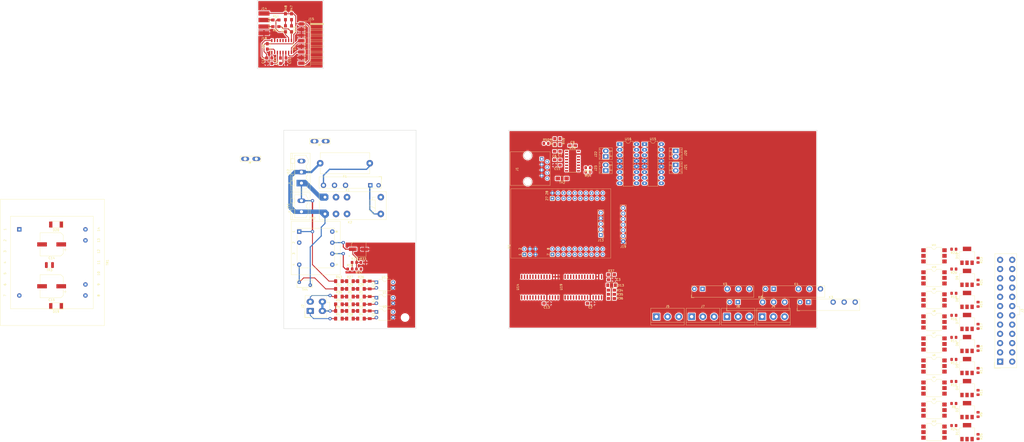
<source format=kicad_pcb>
(kicad_pcb (version 20171130) (host pcbnew "(5.0.2)-1")
  (layers (0 F.Cu signal) (31 B.Cu signal) (34 B.Paste user hide) (35 F.Paste user hide) (36 B.SilkS user hide) (37 F.SilkS user) (38 B.Mask user hide) (39 F.Mask user) (44 Edge.Cuts user))
  (net 0 "")
  (net 1 /COM)
  (net 2 /5VDC)
  (net 3 /~MCPRST)
  (net 4 "Net-(C4-Pad1)")
  (net 5 "Net-(C4-Pad2)")
  (net 6 "Net-(C5-Pad2)")
  (net 7 "Net-(C5-Pad1)")
  (net 8 "Net-(C6-Pad2)")
  (net 9 "Net-(C6-Pad1)")
  (net 10 "Net-(C7-Pad1)")
  (net 11 "Net-(C7-Pad2)")
  (net 12 "Net-(C8-Pad1)")
  (net 13 "Net-(C9-Pad2)")
  (net 14 "Net-(C10-Pad1)")
  (net 15 "Net-(C11-Pad2)")
  (net 16 "Net-(D16-Pad1)")
  (net 17 "Net-(D16-Pad2)")
  (net 18 "Net-(D17-Pad2)")
  (net 19 "Net-(D17-Pad1)")
  (net 20 /PE)
  (net 21 "/RS232 interfeisas/NEX_TX")
  (net 22 "/RS232 interfeisas/NEX_RX")
  (net 23 /12VDC)
  (net 24 /OUTAC9)
  (net 25 "/RS232 interfeisas/TXN")
  (net 26 "/RS232 interfeisas/RXN")
  (net 27 "Net-(U10-Pad1)")
  (net 28 "Net-(D18-Pad2)")
  (net 29 "/RS232 interfeisas/RSCNTRL")
  (net 30 /SCL)
  (net 31 /SDA)
  (net 32 "Net-(R37-Pad2)")
  (net 33 "/RS232 interfeisas/RS5VDC")
  (net 34 /OUTAC1)
  (net 35 /OUTAC2)
  (net 36 /OUTAC3)
  (net 37 /OUTAC4)
  (net 38 /OUTAC5)
  (net 39 /OUTAC6)
  (net 40 /OUTAC7)
  (net 41 /OUTAC8)
  (net 42 "/RS232 interfeisas/RSRX")
  (net 43 "/RS232 interfeisas/RSTX")
  (net 44 /ACN)
  (net 45 "Net-(C1-Pad1)")
  (net 46 /OUTAC11N)
  (net 47 /OUTAC12N)
  (net 48 /OUTAC12)
  (net 49 /OUTAC11)
  (net 50 /UART_TX)
  (net 51 /UART_RX)
  (net 52 /UART_DE)
  (net 53 "Net-(J19-Pad7)")
  (net 54 /EV4)
  (net 55 /EV3)
  (net 56 /EV2)
  (net 57 /EV1)
  (net 58 /K1)
  (net 59 "Net-(K2-Pad12)")
  (net 60 "Net-(K2-Pad22)")
  (net 61 /K2)
  (net 62 /EXT1_14)
  (net 63 /EXT1_11)
  (net 64 /EXT1_12)
  (net 65 /K3)
  (net 66 /EXT3_14)
  (net 67 /EXT3_11)
  (net 68 /EXT3_12)
  (net 69 /K4)
  (net 70 /K5)
  (net 71 /EXT2_12)
  (net 72 /EXT2_11)
  (net 73 /EXT2_14)
  (net 74 /K6)
  (net 75 /EXT4_12)
  (net 76 /EXT4_11)
  (net 77 /EXT4_14)
  (net 78 /OPTIC)
  (net 79 "Net-(M1-Pad13)")
  (net 80 "Net-(M1-Pad14)")
  (net 81 "Net-(M1-Pad16)")
  (net 82 "Net-(M1-Pad24)")
  (net 83 "Net-(M1-Pad23)")
  (net 84 "Net-(M1-Pad26)")
  (net 85 "Net-(M1-Pad25)")
  (net 86 /UART2_DE)
  (net 87 /UART2_RX)
  (net 88 /UART2_TX)
  (net 89 /VLINE)
  (net 90 "Net-(M1-Pad18)")
  (net 91 /BUZZ)
  (net 92 "Net-(M1-Pad12)")
  (net 93 "Net-(M1-Pad7)")
  (net 94 "Net-(M1-Pad8)")
  (net 95 "Net-(M1-Pad9)")
  (net 96 "Net-(M1-Pad32)")
  (net 97 "Net-(M1-Pad31)")
  (net 98 "Net-(M1-Pad27)")
  (net 99 "Net-(M1-Pad30)")
  (net 100 "Net-(M1-Pad29)")
  (net 101 "Net-(M1-Pad33)")
  (net 102 "Net-(M1-Pad34)")
  (net 103 /PWM1)
  (net 104 /PWM2)
  (net 105 "Net-(M1-Pad42)")
  (net 106 "Net-(M1-Pad43)")
  (net 107 /LPULSE)
  (net 108 "Net-(M1-Pad46)")
  (net 109 "Net-(M1-Pad37)")
  (net 110 "Net-(M1-Pad35)")
  (net 111 "Net-(M1-Pad36)")
  (net 112 /3VDC)
  (net 113 "Net-(R1-Pad1)")
  (net 114 "Net-(U3-Pad2)")
  (net 115 "Net-(U3-Pad5)")
  (net 116 "Net-(U3-Pad3)")
  (net 117 "Net-(R8-Pad2)")
  (net 118 "Net-(R10-Pad2)")
  (net 119 "Net-(U4-Pad3)")
  (net 120 "Net-(U4-Pad5)")
  (net 121 "Net-(U4-Pad2)")
  (net 122 "Net-(U5-Pad2)")
  (net 123 "Net-(U5-Pad5)")
  (net 124 "Net-(U5-Pad3)")
  (net 125 "Net-(R12-Pad2)")
  (net 126 "Net-(R14-Pad2)")
  (net 127 "Net-(U7-Pad3)")
  (net 128 "Net-(U7-Pad5)")
  (net 129 "Net-(U7-Pad2)")
  (net 130 "Net-(U8-Pad2)")
  (net 131 "Net-(U8-Pad5)")
  (net 132 "Net-(U8-Pad3)")
  (net 133 "Net-(R16-Pad2)")
  (net 134 "Net-(R18-Pad2)")
  (net 135 "Net-(U9-Pad3)")
  (net 136 "Net-(U9-Pad5)")
  (net 137 "Net-(U9-Pad2)")
  (net 138 "Net-(U10-Pad2)")
  (net 139 "Net-(U10-Pad5)")
  (net 140 "Net-(U10-Pad3)")
  (net 141 "Net-(R20-Pad2)")
  (net 142 "Net-(U11-Pad2)")
  (net 143 "Net-(U11-Pad5)")
  (net 144 "Net-(U11-Pad3)")
  (net 145 "Net-(R22-Pad2)")
  (net 146 "Net-(R24-Pad2)")
  (net 147 "Net-(U12-Pad3)")
  (net 148 "Net-(U12-Pad5)")
  (net 149 "Net-(U12-Pad2)")
  (net 150 "/MCP23017 extended port/EA15")
  (net 151 "/MCP23017 extended port/EA14")
  (net 152 "/MCP23017 extended port/EA13")
  (net 153 "/MCP23017 extended port/EA12")
  (net 154 "/MCP23017 extended port/EA11")
  (net 155 "/MCP23017 extended port/EA10")
  (net 156 "/MCP23017 extended port/EA9")
  (net 157 "/MCP23017 extended port/EA8")
  (net 158 "/MCP23017 extended port/INTA1")
  (net 159 "/MCP23017 extended port/INTB1")
  (net 160 "Net-(U14-Pad14)")
  (net 161 "Net-(U14-Pad11)")
  (net 162 "/MCP23017 extended port/EA7")
  (net 163 "/MCP23017 extended port/EA6")
  (net 164 "/MCP23017 extended port/EA5")
  (net 165 "/MCP23017 extended port/EA4")
  (net 166 "/MCP23017 extended port/EA3")
  (net 167 "/MCP23017 extended port/EA2")
  (net 168 "/MCP23017 extended port/EA1")
  (net 169 "/MCP23017 extended port/EA0")
  (net 170 "Net-(U17-Pad11)")
  (net 171 "Net-(U17-Pad12)")
  (net 172 "Net-(U17-Pad13)")
  (net 173 "Net-(U17-Pad14)")
  (net 174 "Net-(U18-Pad14)")
  (net 175 "Net-(U18-Pad13)")
  (net 176 "Net-(U18-Pad12)")
  (net 177 "Net-(U18-Pad11)")
  (net 178 "Net-(R52-Pad2)")
  (net 179 "Net-(R54-Pad2)")
  (net 180 "/MCP23017 extended port/EB15")
  (net 181 "/MCP23017 extended port/EB14")
  (net 182 "/MCP23017 extended port/EB13")
  (net 183 "/MCP23017 extended port/EB12")
  (net 184 "/MCP23017 extended port/EB11")
  (net 185 "/MCP23017 extended port/EB10")
  (net 186 "/MCP23017 extended port/EB9")
  (net 187 "/MCP23017 extended port/EB8")
  (net 188 "/MCP23017 extended port/INTA2")
  (net 189 "/MCP23017 extended port/INTB2")
  (net 190 "Net-(U19-Pad14)")
  (net 191 "Net-(U19-Pad11)")
  (net 192 "/MCP23017 extended port/EB7")
  (net 193 "/MCP23017 extended port/EB6")
  (net 194 "/MCP23017 extended port/EB5")
  (net 195 "/MCP23017 extended port/EB4")
  (net 196 "/MCP23017 extended port/EB3")
  (net 197 "/MCP23017 extended port/EB2")
  (net 198 "/MCP23017 extended port/EB1")
  (net 199 "/MCP23017 extended port/EB0")
  (net 200 /DIRB)
  (net 201 /DIRA)
  (net 202 /VL2)
  (net 203 /VL1)
  (net 204 /VL4)
  (net 205 /VL3)
  (net 206 "Net-(R30-Pad1)")
  (net 207 "Net-(R27-Pad1)")
  (net 208 "Net-(J21-Pad2)")
  (net 209 "Net-(J20-Pad2)")
  (net 210 "Net-(J21-Pad1)")
  (net 211 "Net-(J20-Pad1)")
  (net 212 "Net-(J23-Pad2)")
  (net 213 "Net-(J22-Pad2)")
  (net 214 "Net-(J23-Pad1)")
  (net 215 "Net-(J22-Pad1)")
  (net 216 /ACL)
  (net 217 "Net-(D2-Pad2)")
  (net 218 "Net-(D2-Pad1)")
  (net 219 "Net-(D3-Pad3)")
  (net 220 "Net-(D4-Pad3)")
  (net 221 "Net-(D5-Pad3)")
  (net 222 "Net-(D6-Pad3)")
  (net 223 "Net-(D7-Pad3)")
  (net 224 "Net-(D8-Pad3)")
  (net 225 "Net-(D9-Pad3)")
  (net 226 "Net-(D10-Pad3)")
  (net 227 "Net-(D11-Pad3)")
  (net 228 "Net-(D12-Pad1)")
  (net 229 "Net-(D12-Pad2)")
  (net 230 "Net-(R26-Pad1)")
  (net 231 "Net-(R28-Pad1)")
  (net 232 /RCCTRL)
  (net 233 "Net-(D19-Pad2)")
  (net 234 "Net-(D20-Pad2)")
  (net 235 "Net-(F1-Pad2)")
  (net 236 "Net-(TH3-Pad2)")
  (net 237 "Net-(D1-Pad1)")
  (net 238 "Net-(D1-Pad2)")
  (net 239 "Net-(R2-Pad1)")
  (net 240 "Net-(R3-Pad1)")
  (net 241 "Net-(R38-Pad2)")
  (net 242 /LIGHTWC)
  (net 243 /LIGHTBASH)
  (net 244 "Net-(R39-Pad2)")
  (net 245 "Net-(R40-Pad2)")
  (net 246 "Net-(R41-Pad2)")
  (net 247 "Net-(R38-Pad1)")
  (net 248 "Net-(F1-Pad1)")
  (net 249 "/RS232 interfeisas/NEX_5VDC")
  (net 250 "/RS232 interfeisas/NEX_COM")
  (net 251 "Net-(J3-Pad15)")
  (net 252 "Net-(J3-Pad10)")
  (net 253 "Net-(K1-Pad12)")
  (net 254 "Net-(R29-Pad1)")
  (net 255 "Net-(R44-Pad1)")
  (net 256 "Net-(J2-Pad1)")
  (net 257 "Net-(J2-Pad2)")
  (net 258 "Net-(J2-Pad3)")
  (net 259 "Net-(J10-Pad1)")
  (net 260 "Net-(J10-Pad2)")
  (module MountingHole:MountingHole_3.2mm_M3 (layer F.Cu) (at 33 106)
    (fp_text reference REF** hide)
    (fp_text value MountingHole_3.2mm_M3)
    (pad 1 np_thru_hole circle (at 0 0) (size 3.2 3.2) (drill 3.2) (layers *.Cu *.Mask))
  )
  (module MountingHole:MountingHole_3.2mm_M3 (layer F.Cu) (at 83 106)
    (fp_text reference REF** hide)
    (fp_text value MountingHole_3.2mm_M3)
    (pad 1 np_thru_hole circle (at 0 0) (size 3.2 3.2) (drill 3.2) (layers *.Cu *.Mask))
  )
  (module MountingHole:MountingHole_3.2mm_M3 (layer F.Cu) (at 83 26)
    (fp_text reference REF** hide)
    (fp_text value MountingHole_3.2mm_M3)
    (pad 1 np_thru_hole circle (at 0 0) (size 3.2 3.2) (drill 3.2) (layers *.Cu *.Mask))
  )
  (module digikey-footprints:SOIC-28_W7.5mm (layer F.Cu) (at 144.2 92.2 90)
    (fp_text reference U14 (at 0 -10.04 90) (layer F.SilkS))
    (fp_text value MCP23017)
    (pad 28 smd rect (at 4.7 -8.255 90) (size 2 0.6) (layers F.Cu F.Paste F.Mask) (net 150 "/MCP23017 extended port/EA15"))
    (pad 27 smd rect (at 4.7 -6.985 90) (size 2 0.6) (layers F.Cu F.Paste F.Mask) (net 151 "/MCP23017 extended port/EA14"))
    (pad 26 smd rect (at 4.7 -5.715 90) (size 2 0.6) (layers F.Cu F.Paste F.Mask) (net 152 "/MCP23017 extended port/EA13"))
    (pad 25 smd rect (at 4.7 -4.445 90) (size 2 0.6) (layers F.Cu F.Paste F.Mask) (net 153 "/MCP23017 extended port/EA12"))
    (pad 24 smd rect (at 4.7 -3.175 90) (size 2 0.6) (layers F.Cu F.Paste F.Mask) (net 154 "/MCP23017 extended port/EA11"))
    (pad 23 smd rect (at 4.7 -1.905 90) (size 2 0.6) (layers F.Cu F.Paste F.Mask) (net 155 "/MCP23017 extended port/EA10"))
    (pad 22 smd rect (at 4.7 -0.635 90) (size 2 0.6) (layers F.Cu F.Paste F.Mask) (net 156 "/MCP23017 extended port/EA9"))
    (pad 21 smd rect (at 4.7 0.635 90) (size 2 0.6) (layers F.Cu F.Paste F.Mask) (net 157 "/MCP23017 extended port/EA8"))
    (pad 20 smd rect (at 4.7 1.905 90) (size 2 0.6) (layers F.Cu F.Paste F.Mask) (net 158 "/MCP23017 extended port/INTA1"))
    (pad 19 smd rect (at 4.7 3.175 90) (size 2 0.6) (layers F.Cu F.Paste F.Mask) (net 159 "/MCP23017 extended port/INTB1"))
    (pad 18 smd rect (at 4.7 4.445 90) (size 2 0.6) (layers F.Cu F.Paste F.Mask) (net 3 /~MCPRST))
    (pad 17 smd rect (at 4.7 5.715 90) (size 2 0.6) (layers F.Cu F.Paste F.Mask) (net 1 /COM))
    (pad 16 smd rect (at 4.7 6.985 90) (size 2 0.6) (layers F.Cu F.Paste F.Mask) (net 1 /COM))
    (pad 15 smd rect (at 4.7 8.255 90) (size 2 0.6) (layers F.Cu F.Paste F.Mask) (net 1 /COM))
    (pad 14 smd rect (at -4.7 8.255 90) (size 2 0.6) (layers F.Cu F.Paste F.Mask) (net 160 "Net-(U14-Pad14)"))
    (pad 13 smd rect (at -4.7 6.985 90) (size 2 0.6) (layers F.Cu F.Paste F.Mask) (net 31 /SDA))
    (pad 12 smd rect (at -4.7 5.715 90) (size 2 0.6) (layers F.Cu F.Paste F.Mask) (net 30 /SCL))
    (pad 11 smd rect (at -4.7 4.445 90) (size 2 0.6) (layers F.Cu F.Paste F.Mask) (net 161 "Net-(U14-Pad11)"))
    (pad 10 smd rect (at -4.7 3.175 90) (size 2 0.6) (layers F.Cu F.Paste F.Mask) (net 1 /COM))
    (pad 9 smd rect (at -4.7 1.905 90) (size 2 0.6) (layers F.Cu F.Paste F.Mask) (net 2 /5VDC))
    (pad 8 smd rect (at -4.7 0.635 90) (size 2 0.6) (layers F.Cu F.Paste F.Mask) (net 162 "/MCP23017 extended port/EA7"))
    (pad 7 smd rect (at -4.7 -0.635 90) (size 2 0.6) (layers F.Cu F.Paste F.Mask) (net 163 "/MCP23017 extended port/EA6"))
    (pad 6 smd rect (at -4.7 -1.905 90) (size 2 0.6) (layers F.Cu F.Paste F.Mask) (net 164 "/MCP23017 extended port/EA5"))
    (pad 5 smd rect (at -4.7 -3.175 90) (size 2 0.6) (layers F.Cu F.Paste F.Mask) (net 165 "/MCP23017 extended port/EA4"))
    (pad 4 smd rect (at -4.7 -4.445 90) (size 2 0.6) (layers F.Cu F.Paste F.Mask) (net 166 "/MCP23017 extended port/EA3"))
    (pad 3 smd rect (at -4.7 -5.715 90) (size 2 0.6) (layers F.Cu F.Paste F.Mask) (net 167 "/MCP23017 extended port/EA2"))
    (pad 2 smd rect (at -4.7 -6.985 90) (size 2 0.6) (layers F.Cu F.Paste F.Mask) (net 168 "/MCP23017 extended port/EA1"))
    (pad 1 smd rect (at -4.7 -8.255 90) (size 2 0.6) (layers F.Cu F.Paste F.Mask) (net 169 "/MCP23017 extended port/EA0"))
  )
  (module digikey-footprints:SOIC-28_W7.5mm (layer F.Cu) (at 163.9 92.2 90)
    (fp_text reference U19 (at 0 -10.04 90) (layer F.SilkS))
    (fp_text value MCP23017)
    (pad 28 smd rect (at 4.7 -8.255 90) (size 2 0.6) (layers F.Cu F.Paste F.Mask) (net 180 "/MCP23017 extended port/EB15"))
    (pad 27 smd rect (at 4.7 -6.985 90) (size 2 0.6) (layers F.Cu F.Paste F.Mask) (net 181 "/MCP23017 extended port/EB14"))
    (pad 26 smd rect (at 4.7 -5.715 90) (size 2 0.6) (layers F.Cu F.Paste F.Mask) (net 182 "/MCP23017 extended port/EB13"))
    (pad 25 smd rect (at 4.7 -4.445 90) (size 2 0.6) (layers F.Cu F.Paste F.Mask) (net 183 "/MCP23017 extended port/EB12"))
    (pad 24 smd rect (at 4.7 -3.175 90) (size 2 0.6) (layers F.Cu F.Paste F.Mask) (net 184 "/MCP23017 extended port/EB11"))
    (pad 23 smd rect (at 4.7 -1.905 90) (size 2 0.6) (layers F.Cu F.Paste F.Mask) (net 185 "/MCP23017 extended port/EB10"))
    (pad 22 smd rect (at 4.7 -0.635 90) (size 2 0.6) (layers F.Cu F.Paste F.Mask) (net 186 "/MCP23017 extended port/EB9"))
    (pad 21 smd rect (at 4.7 0.635 90) (size 2 0.6) (layers F.Cu F.Paste F.Mask) (net 187 "/MCP23017 extended port/EB8"))
    (pad 20 smd rect (at 4.7 1.905 90) (size 2 0.6) (layers F.Cu F.Paste F.Mask) (net 188 "/MCP23017 extended port/INTA2"))
    (pad 19 smd rect (at 4.7 3.175 90) (size 2 0.6) (layers F.Cu F.Paste F.Mask) (net 189 "/MCP23017 extended port/INTB2"))
    (pad 18 smd rect (at 4.7 4.445 90) (size 2 0.6) (layers F.Cu F.Paste F.Mask) (net 3 /~MCPRST))
    (pad 17 smd rect (at 4.7 5.715 90) (size 2 0.6) (layers F.Cu F.Paste F.Mask) (net 1 /COM))
    (pad 16 smd rect (at 4.7 6.985 90) (size 2 0.6) (layers F.Cu F.Paste F.Mask) (net 1 /COM))
    (pad 15 smd rect (at 4.7 8.255 90) (size 2 0.6) (layers F.Cu F.Paste F.Mask) (net 32 "Net-(R37-Pad2)"))
    (pad 14 smd rect (at -4.7 8.255 90) (size 2 0.6) (layers F.Cu F.Paste F.Mask) (net 190 "Net-(U19-Pad14)"))
    (pad 13 smd rect (at -4.7 6.985 90) (size 2 0.6) (layers F.Cu F.Paste F.Mask) (net 31 /SDA))
    (pad 12 smd rect (at -4.7 5.715 90) (size 2 0.6) (layers F.Cu F.Paste F.Mask) (net 30 /SCL))
    (pad 11 smd rect (at -4.7 4.445 90) (size 2 0.6) (layers F.Cu F.Paste F.Mask) (net 191 "Net-(U19-Pad11)"))
    (pad 10 smd rect (at -4.7 3.175 90) (size 2 0.6) (layers F.Cu F.Paste F.Mask) (net 1 /COM))
    (pad 9 smd rect (at -4.7 1.905 90) (size 2 0.6) (layers F.Cu F.Paste F.Mask) (net 2 /5VDC))
    (pad 8 smd rect (at -4.7 0.635 90) (size 2 0.6) (layers F.Cu F.Paste F.Mask) (net 192 "/MCP23017 extended port/EB7"))
    (pad 7 smd rect (at -4.7 -0.635 90) (size 2 0.6) (layers F.Cu F.Paste F.Mask) (net 193 "/MCP23017 extended port/EB6"))
    (pad 6 smd rect (at -4.7 -1.905 90) (size 2 0.6) (layers F.Cu F.Paste F.Mask) (net 194 "/MCP23017 extended port/EB5"))
    (pad 5 smd rect (at -4.7 -3.175 90) (size 2 0.6) (layers F.Cu F.Paste F.Mask) (net 195 "/MCP23017 extended port/EB4"))
    (pad 4 smd rect (at -4.7 -4.445 90) (size 2 0.6) (layers F.Cu F.Paste F.Mask) (net 196 "/MCP23017 extended port/EB3"))
    (pad 3 smd rect (at -4.7 -5.715 90) (size 2 0.6) (layers F.Cu F.Paste F.Mask) (net 197 "/MCP23017 extended port/EB2"))
    (pad 2 smd rect (at -4.7 -6.985 90) (size 2 0.6) (layers F.Cu F.Paste F.Mask) (net 198 "/MCP23017 extended port/EB1"))
    (pad 1 smd rect (at -4.7 -8.255 90) (size 2 0.6) (layers F.Cu F.Paste F.Mask) (net 199 "/MCP23017 extended port/EB0"))
  )
  (module Capacitors_SMD:C_0805_HandSoldering (layer F.Cu) (at 167 99.6)
    (fp_text reference C2 (at 0.1 1.7) (layer F.SilkS))
    (fp_text value 0.1)
    (pad 1 smd rect (at -1.25 0) (size 1.5 1.25) (layers F.Cu F.Paste F.Mask) (net 2 /5VDC))
    (pad 2 smd rect (at 1.25 0) (size 1.5 1.25) (layers F.Cu F.Paste F.Mask) (net 1 /COM))
  )
  (module Capacitors_SMD:C_0805_HandSoldering (layer F.Cu) (at 176.6 88.8)
    (fp_text reference C3 (at 3.2 0) (layer F.SilkS))
    (fp_text value 0.1)
    (pad 1 smd rect (at -1.25 0) (size 1.5 1.25) (layers F.Cu F.Paste F.Mask) (net 3 /~MCPRST))
    (pad 2 smd rect (at 1.25 0) (size 1.5 1.25) (layers F.Cu F.Paste F.Mask) (net 1 /COM))
  )
  (module Capacitors_SMD:CP_Elec_6.3x5.7 (layer F.Cu) (at 62 75)
    (fp_text reference C1 (at 0 4.56) (layer F.SilkS))
    (fp_text value 100uFx16V)
    (fp_text user + (at -4.28 3.01) (layer F.SilkS))
    (pad 2 smd rect (at 2.7 0 180) (size 3.5 1.6) (layers F.Cu F.Paste F.Mask) (net 1 /COM))
    (pad 1 smd rect (at -2.7 0 180) (size 3.5 1.6) (layers F.Cu F.Paste F.Mask) (net 45 "Net-(C1-Pad1)"))
  )
  (module Capacitors_SMD:C_0805_HandSoldering (layer F.Cu) (at 22.5 -10.5 270)
    (fp_text reference C4 (at -0.8 -1.6 270) (layer F.SilkS))
    (fp_text value 1u)
    (pad 1 smd rect (at -1.25 0 270) (size 1.5 1.25) (layers F.Cu F.Paste F.Mask) (net 4 "Net-(C4-Pad1)"))
    (pad 2 smd rect (at 1.25 0 270) (size 1.5 1.25) (layers F.Cu F.Paste F.Mask) (net 5 "Net-(C4-Pad2)"))
  )
  (module Capacitors_SMD:C_0805_HandSoldering (layer F.Cu) (at 26.5 -10.5 270)
    (fp_text reference C5 (at 1.1 1.5 90) (layer F.SilkS))
    (fp_text value 1u)
    (pad 2 smd rect (at 1.25 0 270) (size 1.5 1.25) (layers F.Cu F.Paste F.Mask) (net 6 "Net-(C5-Pad2)"))
    (pad 1 smd rect (at -1.25 0 270) (size 1.5 1.25) (layers F.Cu F.Paste F.Mask) (net 7 "Net-(C5-Pad1)"))
  )
  (module Capacitors_SMD:C_0805_HandSoldering (layer F.Cu) (at 152.1 34.4 180)
    (fp_text reference C6 (at 1.3 1.6 180) (layer F.SilkS))
    (fp_text value 1u)
    (pad 2 smd rect (at 1.25 0 180) (size 1.5 1.25) (layers F.Cu F.Paste F.Mask) (net 8 "Net-(C6-Pad2)"))
    (pad 1 smd rect (at -1.25 0 180) (size 1.5 1.25) (layers F.Cu F.Paste F.Mask) (net 9 "Net-(C6-Pad1)"))
  )
  (module Capacitors_SMD:C_0805_HandSoldering (layer F.Cu) (at 152.1 30.6 180)
    (fp_text reference C7 (at -1.2 -1.7 180) (layer F.SilkS))
    (fp_text value 1u)
    (pad 1 smd rect (at -1.25 0 180) (size 1.5 1.25) (layers F.Cu F.Paste F.Mask) (net 10 "Net-(C7-Pad1)"))
    (pad 2 smd rect (at 1.25 0 180) (size 1.5 1.25) (layers F.Cu F.Paste F.Mask) (net 11 "Net-(C7-Pad2)"))
  )
  (module Capacitors_SMD:C_0805_HandSoldering (layer F.Cu) (at 20.5 -17 90)
    (fp_text reference C8 (at 0 -1.75 90) (layer F.SilkS))
    (fp_text value 1u)
    (pad 2 smd rect (at 1.25 0 90) (size 1.5 1.25) (layers F.Cu F.Paste F.Mask) (net 249 "/RS232 interfeisas/NEX_5VDC"))
    (pad 1 smd rect (at -1.25 0 90) (size 1.5 1.25) (layers F.Cu F.Paste F.Mask) (net 12 "Net-(C8-Pad1)"))
  )
  (module Capacitors_SMD:C_0805_HandSoldering (layer F.Cu) (at 159 28 180)
    (fp_text reference C9 (at 0 1.5 180) (layer F.SilkS))
    (fp_text value 1u)
    (pad 2 smd rect (at 1.25 0 180) (size 1.5 1.25) (layers F.Cu F.Paste F.Mask) (net 13 "Net-(C9-Pad2)"))
    (pad 1 smd rect (at -1.25 0 180) (size 1.5 1.25) (layers F.Cu F.Paste F.Mask) (net 2 /5VDC))
  )
  (module Capacitors_SMD:C_0805_HandSoldering (layer F.Cu) (at 29 -10.5 270)
    (fp_text reference C10 (at 0 -1.75 270) (layer F.SilkS))
    (fp_text value 1u)
    (pad 1 smd rect (at -1.25 0 270) (size 1.5 1.25) (layers F.Cu F.Paste F.Mask) (net 14 "Net-(C10-Pad1)"))
    (pad 2 smd rect (at 1.25 0 270) (size 1.5 1.25) (layers F.Cu F.Paste F.Mask) (net 250 "/RS232 interfeisas/NEX_COM"))
  )
  (module Capacitors_SMD:C_0805_HandSoldering (layer F.Cu) (at 152.1 36.9)
    (fp_text reference C11 (at 0 1.6) (layer F.SilkS))
    (fp_text value 1u)
    (pad 1 smd rect (at -1.25 0) (size 1.5 1.25) (layers F.Cu F.Paste F.Mask) (net 1 /COM))
    (pad 2 smd rect (at 1.25 0) (size 1.5 1.25) (layers F.Cu F.Paste F.Mask) (net 15 "Net-(C11-Pad2)"))
  )
  (module LEDs:LED_0805_HandSoldering (layer F.Cu) (at 31.5 -25 90)
    (fp_text reference D16 (at -0.2 1.6 90) (layer F.SilkS))
    (fp_text value RX)
    (pad 1 smd rect (at -1.35 0 90) (size 1.5 1.3) (layers F.Cu F.Paste F.Mask) (net 16 "Net-(D16-Pad1)"))
    (pad 2 smd rect (at 1.35 0 90) (size 1.5 1.3) (layers F.Cu F.Paste F.Mask) (net 17 "Net-(D16-Pad2)"))
  )
  (module LEDs:LED_0805_HandSoldering (layer F.Cu) (at 28.75 -25 90)
    (fp_text reference D17 (at -0.1 -1.45 90) (layer F.SilkS))
    (fp_text value TX)
    (pad 2 smd rect (at 1.35 0 90) (size 1.5 1.3) (layers F.Cu F.Paste F.Mask) (net 18 "Net-(D17-Pad2)"))
    (pad 1 smd rect (at -1.35 0 90) (size 1.5 1.3) (layers F.Cu F.Paste F.Mask) (net 19 "Net-(D17-Pad1)"))
  )
  (module LEDs:LED_0805_HandSoldering (layer F.Cu) (at 150.9 26.2 90)
    (fp_text reference D18 (at 0 -1.7 90) (layer F.SilkS))
    (fp_text value RC)
    (pad 2 smd rect (at 1.35 0 90) (size 1.5 1.3) (layers F.Cu F.Paste F.Mask) (net 28 "Net-(D18-Pad2)"))
    (pad 1 smd rect (at -1.35 0 90) (size 1.5 1.3) (layers F.Cu F.Paste F.Mask) (net 29 "/RS232 interfeisas/RSCNTRL"))
  )
  (module Wire_Pads:SolderWirePad_single_SMD_5x10mm (layer F.Cu) (at 19 -32 90)
    (fp_text reference J14 (at 2.2 0 180) (layer F.SilkS))
    (fp_text value Conn_01x01)
    (pad 1 smd rect (at 0 0 90) (size 2 5) (layers F.Cu F.Paste F.Mask) (net 249 "/RS232 interfeisas/NEX_5VDC"))
  )
  (module Wire_Pads:SolderWirePad_single_SMD_5x10mm (layer F.Cu) (at 19 -29 90)
    (fp_text reference J16 (at -0.1 2.5 90) (layer F.SilkS))
    (fp_text value Conn_01x01)
    (pad 1 smd rect (at 0 0 90) (size 2 5) (layers F.Cu F.Paste F.Mask) (net 21 "/RS232 interfeisas/NEX_TX"))
  )
  (module Wire_Pads:SolderWirePad_single_SMD_5x10mm (layer F.Cu) (at 19 -26 90)
    (fp_text reference J17 (at -0.1 2.6 90) (layer F.SilkS))
    (fp_text value Conn_01x01)
    (pad 1 smd rect (at 0 0 90) (size 2 5) (layers F.Cu F.Paste F.Mask) (net 22 "/RS232 interfeisas/NEX_RX"))
  )
  (module Wire_Pads:SolderWirePad_single_SMD_5x10mm (layer F.Cu) (at 19 -23 90)
    (fp_text reference J18 (at -2.3 0 180) (layer F.SilkS))
    (fp_text value Conn_01x01)
    (pad 1 smd rect (at 0 0 90) (size 2 5) (layers F.Cu F.Paste F.Mask) (net 250 "/RS232 interfeisas/NEX_COM"))
  )
  (module Resistors_SMD:R_1206_HandSoldering (layer F.Cu) (at 154.3 42.9 180)
    (fp_text reference TH2 (at 0 -1.85 180) (layer F.SilkS))
    (fp_text value 1210L005WR)
    (pad 2 smd rect (at 2 0 180) (size 2 1.7) (layers F.Cu F.Paste F.Mask) (net 33 "/RS232 interfeisas/RS5VDC"))
    (pad 1 smd rect (at -2 0 180) (size 2 1.7) (layers F.Cu F.Paste F.Mask) (net 2 /5VDC))
  )
  (module disc:DIP-6_W9.53mm_SMD (layer F.Cu) (at 323 148)
    (fp_text reference U3 (at 0 -4.93) (layer F.SilkS) (effects (font (size 0.7 0.7))))
    (fp_text value MOC3060S)
    (pad 1 smd rect (at -4.765 -2.54) (size 2 1.78) (layers F.Cu F.Paste F.Mask) (net 27 "Net-(U10-Pad1)"))
    (pad 4 smd rect (at 4.765 2.54) (size 2 1.78) (layers F.Cu F.Paste F.Mask) (net 34 /OUTAC1))
    (pad 2 smd rect (at -4.765 0) (size 2 1.78) (layers F.Cu F.Paste F.Mask) (net 114 "Net-(U3-Pad2)"))
    (pad 5 smd rect (at 4.765 0) (size 2 1.78) (layers F.Cu F.Paste F.Mask) (net 115 "Net-(U3-Pad5)"))
    (pad 3 smd rect (at -4.765 2.54) (size 2 1.78) (layers F.Cu F.Paste F.Mask) (net 116 "Net-(U3-Pad3)"))
    (pad 6 smd rect (at 4.765 -2.54) (size 2 1.78) (layers F.Cu F.Paste F.Mask) (net 117 "Net-(R8-Pad2)"))
  )
  (module disc:DIP-6_W9.53mm_SMD (layer F.Cu) (at 323 138)
    (fp_text reference U4 (at 0 -4.93) (layer F.SilkS) (effects (font (size 0.7 0.7))))
    (fp_text value MOC3060S)
    (pad 6 smd rect (at 4.765 -2.54) (size 2 1.78) (layers F.Cu F.Paste F.Mask) (net 118 "Net-(R10-Pad2)"))
    (pad 3 smd rect (at -4.765 2.54) (size 2 1.78) (layers F.Cu F.Paste F.Mask) (net 119 "Net-(U4-Pad3)"))
    (pad 5 smd rect (at 4.765 0) (size 2 1.78) (layers F.Cu F.Paste F.Mask) (net 120 "Net-(U4-Pad5)"))
    (pad 2 smd rect (at -4.765 0) (size 2 1.78) (layers F.Cu F.Paste F.Mask) (net 121 "Net-(U4-Pad2)"))
    (pad 4 smd rect (at 4.765 2.54) (size 2 1.78) (layers F.Cu F.Paste F.Mask) (net 35 /OUTAC2))
    (pad 1 smd rect (at -4.765 -2.54) (size 2 1.78) (layers F.Cu F.Paste F.Mask) (net 27 "Net-(U10-Pad1)"))
  )
  (module disc:DIP-6_W9.53mm_SMD (layer F.Cu) (at 323 128)
    (fp_text reference U5 (at 0 -4.93) (layer F.SilkS) (effects (font (size 0.7 0.7))))
    (fp_text value MOC3060S)
    (pad 1 smd rect (at -4.765 -2.54) (size 2 1.78) (layers F.Cu F.Paste F.Mask) (net 27 "Net-(U10-Pad1)"))
    (pad 4 smd rect (at 4.765 2.54) (size 2 1.78) (layers F.Cu F.Paste F.Mask) (net 36 /OUTAC3))
    (pad 2 smd rect (at -4.765 0) (size 2 1.78) (layers F.Cu F.Paste F.Mask) (net 122 "Net-(U5-Pad2)"))
    (pad 5 smd rect (at 4.765 0) (size 2 1.78) (layers F.Cu F.Paste F.Mask) (net 123 "Net-(U5-Pad5)"))
    (pad 3 smd rect (at -4.765 2.54) (size 2 1.78) (layers F.Cu F.Paste F.Mask) (net 124 "Net-(U5-Pad3)"))
    (pad 6 smd rect (at 4.765 -2.54) (size 2 1.78) (layers F.Cu F.Paste F.Mask) (net 125 "Net-(R12-Pad2)"))
  )
  (module disc:DIP-6_W9.53mm_SMD (layer F.Cu) (at 323 118)
    (fp_text reference U7 (at 0 -4.93) (layer F.SilkS) (effects (font (size 0.7 0.7))))
    (fp_text value MOC3060S)
    (pad 6 smd rect (at 4.765 -2.54) (size 2 1.78) (layers F.Cu F.Paste F.Mask) (net 126 "Net-(R14-Pad2)"))
    (pad 3 smd rect (at -4.765 2.54) (size 2 1.78) (layers F.Cu F.Paste F.Mask) (net 127 "Net-(U7-Pad3)"))
    (pad 5 smd rect (at 4.765 0) (size 2 1.78) (layers F.Cu F.Paste F.Mask) (net 128 "Net-(U7-Pad5)"))
    (pad 2 smd rect (at -4.765 0) (size 2 1.78) (layers F.Cu F.Paste F.Mask) (net 129 "Net-(U7-Pad2)"))
    (pad 4 smd rect (at 4.765 2.54) (size 2 1.78) (layers F.Cu F.Paste F.Mask) (net 37 /OUTAC4))
    (pad 1 smd rect (at -4.765 -2.54) (size 2 1.78) (layers F.Cu F.Paste F.Mask) (net 27 "Net-(U10-Pad1)"))
  )
  (module disc:DIP-6_W9.53mm_SMD (layer F.Cu) (at 323 108)
    (fp_text reference U8 (at 0 -4.93) (layer F.SilkS) (effects (font (size 0.7 0.7))))
    (fp_text value MOC3060S)
    (pad 1 smd rect (at -4.765 -2.54) (size 2 1.78) (layers F.Cu F.Paste F.Mask) (net 27 "Net-(U10-Pad1)"))
    (pad 4 smd rect (at 4.765 2.54) (size 2 1.78) (layers F.Cu F.Paste F.Mask) (net 38 /OUTAC5))
    (pad 2 smd rect (at -4.765 0) (size 2 1.78) (layers F.Cu F.Paste F.Mask) (net 130 "Net-(U8-Pad2)"))
    (pad 5 smd rect (at 4.765 0) (size 2 1.78) (layers F.Cu F.Paste F.Mask) (net 131 "Net-(U8-Pad5)"))
    (pad 3 smd rect (at -4.765 2.54) (size 2 1.78) (layers F.Cu F.Paste F.Mask) (net 132 "Net-(U8-Pad3)"))
    (pad 6 smd rect (at 4.765 -2.54) (size 2 1.78) (layers F.Cu F.Paste F.Mask) (net 133 "Net-(R16-Pad2)"))
  )
  (module disc:DIP-6_W9.53mm_SMD (layer F.Cu) (at 323 98)
    (fp_text reference U9 (at 0 -4.93) (layer F.SilkS) (effects (font (size 0.7 0.7))))
    (fp_text value MOC3060S)
    (pad 6 smd rect (at 4.765 -2.54) (size 2 1.78) (layers F.Cu F.Paste F.Mask) (net 134 "Net-(R18-Pad2)"))
    (pad 3 smd rect (at -4.765 2.54) (size 2 1.78) (layers F.Cu F.Paste F.Mask) (net 135 "Net-(U9-Pad3)"))
    (pad 5 smd rect (at 4.765 0) (size 2 1.78) (layers F.Cu F.Paste F.Mask) (net 136 "Net-(U9-Pad5)"))
    (pad 2 smd rect (at -4.765 0) (size 2 1.78) (layers F.Cu F.Paste F.Mask) (net 137 "Net-(U9-Pad2)"))
    (pad 4 smd rect (at 4.765 2.54) (size 2 1.78) (layers F.Cu F.Paste F.Mask) (net 39 /OUTAC6))
    (pad 1 smd rect (at -4.765 -2.54) (size 2 1.78) (layers F.Cu F.Paste F.Mask) (net 27 "Net-(U10-Pad1)"))
  )
  (module disc:DIP-6_W9.53mm_SMD (layer F.Cu) (at 323 88)
    (fp_text reference U10 (at 0 -4.93) (layer F.SilkS) (effects (font (size 0.7 0.7))))
    (fp_text value MOC3060S)
    (pad 1 smd rect (at -4.765 -2.54) (size 2 1.78) (layers F.Cu F.Paste F.Mask) (net 27 "Net-(U10-Pad1)"))
    (pad 4 smd rect (at 4.765 2.54) (size 2 1.78) (layers F.Cu F.Paste F.Mask) (net 40 /OUTAC7))
    (pad 2 smd rect (at -4.765 0) (size 2 1.78) (layers F.Cu F.Paste F.Mask) (net 138 "Net-(U10-Pad2)"))
    (pad 5 smd rect (at 4.765 0) (size 2 1.78) (layers F.Cu F.Paste F.Mask) (net 139 "Net-(U10-Pad5)"))
    (pad 3 smd rect (at -4.765 2.54) (size 2 1.78) (layers F.Cu F.Paste F.Mask) (net 140 "Net-(U10-Pad3)"))
    (pad 6 smd rect (at 4.765 -2.54) (size 2 1.78) (layers F.Cu F.Paste F.Mask) (net 141 "Net-(R20-Pad2)"))
  )
  (module disc:DIP-6_W9.53mm_SMD (layer F.Cu) (at 323 78)
    (fp_text reference U11 (at 0 -4.93) (layer F.SilkS) (effects (font (size 0.7 0.7))))
    (fp_text value MOC3060S)
    (pad 1 smd rect (at -4.765 -2.54) (size 2 1.78) (layers F.Cu F.Paste F.Mask) (net 27 "Net-(U10-Pad1)"))
    (pad 4 smd rect (at 4.765 2.54) (size 2 1.78) (layers F.Cu F.Paste F.Mask) (net 41 /OUTAC8))
    (pad 2 smd rect (at -4.765 0) (size 2 1.78) (layers F.Cu F.Paste F.Mask) (net 142 "Net-(U11-Pad2)"))
    (pad 5 smd rect (at 4.765 0) (size 2 1.78) (layers F.Cu F.Paste F.Mask) (net 143 "Net-(U11-Pad5)"))
    (pad 3 smd rect (at -4.765 2.54) (size 2 1.78) (layers F.Cu F.Paste F.Mask) (net 144 "Net-(U11-Pad3)"))
    (pad 6 smd rect (at 4.765 -2.54) (size 2 1.78) (layers F.Cu F.Paste F.Mask) (net 145 "Net-(R22-Pad2)"))
  )
  (module disc:DIP-6_W9.53mm_SMD (layer F.Cu) (at 323 158)
    (fp_text reference U12 (at 0 -4.93) (layer F.SilkS) (effects (font (size 0.7 0.7))))
    (fp_text value MOC3060S)
    (pad 6 smd rect (at 4.765 -2.54) (size 2 1.78) (layers F.Cu F.Paste F.Mask) (net 146 "Net-(R24-Pad2)"))
    (pad 3 smd rect (at -4.765 2.54) (size 2 1.78) (layers F.Cu F.Paste F.Mask) (net 147 "Net-(U12-Pad3)"))
    (pad 5 smd rect (at 4.765 0) (size 2 1.78) (layers F.Cu F.Paste F.Mask) (net 148 "Net-(U12-Pad5)"))
    (pad 2 smd rect (at -4.765 0) (size 2 1.78) (layers F.Cu F.Paste F.Mask) (net 149 "Net-(U12-Pad2)"))
    (pad 4 smd rect (at 4.765 2.54) (size 2 1.78) (layers F.Cu F.Paste F.Mask) (net 24 /OUTAC9))
    (pad 1 smd rect (at -4.765 -2.54) (size 2 1.78) (layers F.Cu F.Paste F.Mask) (net 27 "Net-(U10-Pad1)"))
  )
  (module Housings_SOIC:SOIC-16_3.9x9.9mm_Pitch1.27mm (layer F.Cu) (at 27 -17 90)
    (fp_text reference U17 (at -0.3 5.9 90) (layer F.SilkS))
    (fp_text value St232C)
    (pad 1 smd rect (at -2.7 -4.445 90) (size 1.5 0.6) (layers F.Cu F.Paste F.Mask) (net 4 "Net-(C4-Pad1)"))
    (pad 2 smd rect (at -2.7 -3.175 90) (size 1.5 0.6) (layers F.Cu F.Paste F.Mask) (net 12 "Net-(C8-Pad1)"))
    (pad 3 smd rect (at -2.7 -1.905 90) (size 1.5 0.6) (layers F.Cu F.Paste F.Mask) (net 5 "Net-(C4-Pad2)"))
    (pad 4 smd rect (at -2.7 -0.635 90) (size 1.5 0.6) (layers F.Cu F.Paste F.Mask) (net 7 "Net-(C5-Pad1)"))
    (pad 5 smd rect (at -2.7 0.635 90) (size 1.5 0.6) (layers F.Cu F.Paste F.Mask) (net 6 "Net-(C5-Pad2)"))
    (pad 6 smd rect (at -2.7 1.905 90) (size 1.5 0.6) (layers F.Cu F.Paste F.Mask) (net 14 "Net-(C10-Pad1)"))
    (pad 7 smd rect (at -2.7 3.175 90) (size 1.5 0.6) (layers F.Cu F.Paste F.Mask) (net 25 "/RS232 interfeisas/TXN"))
    (pad 8 smd rect (at -2.7 4.445 90) (size 1.5 0.6) (layers F.Cu F.Paste F.Mask) (net 26 "/RS232 interfeisas/RXN"))
    (pad 9 smd rect (at 2.7 4.445 90) (size 1.5 0.6) (layers F.Cu F.Paste F.Mask) (net 16 "Net-(D16-Pad1)"))
    (pad 10 smd rect (at 2.7 3.175 90) (size 1.5 0.6) (layers F.Cu F.Paste F.Mask) (net 19 "Net-(D17-Pad1)"))
    (pad 11 smd rect (at 2.7 1.905 90) (size 1.5 0.6) (layers F.Cu F.Paste F.Mask) (net 170 "Net-(U17-Pad11)"))
    (pad 12 smd rect (at 2.7 0.635 90) (size 1.5 0.6) (layers F.Cu F.Paste F.Mask) (net 171 "Net-(U17-Pad12)"))
    (pad 13 smd rect (at 2.7 -0.635 90) (size 1.5 0.6) (layers F.Cu F.Paste F.Mask) (net 172 "Net-(U17-Pad13)"))
    (pad 14 smd rect (at 2.7 -1.905 90) (size 1.5 0.6) (layers F.Cu F.Paste F.Mask) (net 173 "Net-(U17-Pad14)"))
    (pad 15 smd rect (at 2.7 -3.175 90) (size 1.5 0.6) (layers F.Cu F.Paste F.Mask) (net 250 "/RS232 interfeisas/NEX_COM"))
    (pad 16 smd rect (at 2.7 -4.445 90) (size 1.5 0.6) (layers F.Cu F.Paste F.Mask) (net 249 "/RS232 interfeisas/NEX_5VDC"))
  )
  (module Housings_SOIC:SOIC-16_3.9x9.9mm_Pitch1.27mm (layer F.Cu) (at 159 35)
    (fp_text reference U18 (at 0 -6) (layer F.SilkS))
    (fp_text value ST232C)
    (pad 16 smd rect (at 2.7 -4.445) (size 1.5 0.6) (layers F.Cu F.Paste F.Mask) (net 2 /5VDC))
    (pad 15 smd rect (at 2.7 -3.175) (size 1.5 0.6) (layers F.Cu F.Paste F.Mask) (net 1 /COM))
    (pad 14 smd rect (at 2.7 -1.905) (size 1.5 0.6) (layers F.Cu F.Paste F.Mask) (net 174 "Net-(U18-Pad14)"))
    (pad 13 smd rect (at 2.7 -0.635) (size 1.5 0.6) (layers F.Cu F.Paste F.Mask) (net 175 "Net-(U18-Pad13)"))
    (pad 12 smd rect (at 2.7 0.635) (size 1.5 0.6) (layers F.Cu F.Paste F.Mask) (net 176 "Net-(U18-Pad12)"))
    (pad 11 smd rect (at 2.7 1.905) (size 1.5 0.6) (layers F.Cu F.Paste F.Mask) (net 177 "Net-(U18-Pad11)"))
    (pad 10 smd rect (at 2.7 3.175) (size 1.5 0.6) (layers F.Cu F.Paste F.Mask) (net 178 "Net-(R52-Pad2)"))
    (pad 9 smd rect (at 2.7 4.445) (size 1.5 0.6) (layers F.Cu F.Paste F.Mask) (net 179 "Net-(R54-Pad2)"))
    (pad 8 smd rect (at -2.7 4.445) (size 1.5 0.6) (layers F.Cu F.Paste F.Mask) (net 42 "/RS232 interfeisas/RSRX"))
    (pad 7 smd rect (at -2.7 3.175) (size 1.5 0.6) (layers F.Cu F.Paste F.Mask) (net 43 "/RS232 interfeisas/RSTX"))
    (pad 6 smd rect (at -2.7 1.905) (size 1.5 0.6) (layers F.Cu F.Paste F.Mask) (net 15 "Net-(C11-Pad2)"))
    (pad 5 smd rect (at -2.7 0.635) (size 1.5 0.6) (layers F.Cu F.Paste F.Mask) (net 8 "Net-(C6-Pad2)"))
    (pad 4 smd rect (at -2.7 -0.635) (size 1.5 0.6) (layers F.Cu F.Paste F.Mask) (net 9 "Net-(C6-Pad1)"))
    (pad 3 smd rect (at -2.7 -1.905) (size 1.5 0.6) (layers F.Cu F.Paste F.Mask) (net 11 "Net-(C7-Pad2)"))
    (pad 2 smd rect (at -2.7 -3.175) (size 1.5 0.6) (layers F.Cu F.Paste F.Mask) (net 13 "Net-(C9-Pad2)"))
    (pad 1 smd rect (at -2.7 -4.445) (size 1.5 0.6) (layers F.Cu F.Paste F.Mask) (net 10 "Net-(C7-Pad1)"))
  )
  (module Resistors_SMD:R_0805_HandSoldering (layer F.Cu) (at 31.5 -30.5 270)
    (fp_text reference R47 (at -3.7 0 270) (layer F.SilkS))
    (fp_text value 1k)
    (pad 2 smd rect (at 1.35 0 270) (size 1.5 1.3) (layers F.Cu F.Paste F.Mask) (net 17 "Net-(D16-Pad2)"))
    (pad 1 smd rect (at -1.35 0 270) (size 1.5 1.3) (layers F.Cu F.Paste F.Mask) (net 249 "/RS232 interfeisas/NEX_5VDC"))
  )
  (module Resistors_SMD:R_0805_HandSoldering (layer F.Cu) (at 28.75 -30.5 270)
    (fp_text reference R48 (at -3.7 -0.15 270) (layer F.SilkS))
    (fp_text value 1k)
    (pad 1 smd rect (at -1.35 0 270) (size 1.5 1.3) (layers F.Cu F.Paste F.Mask) (net 249 "/RS232 interfeisas/NEX_5VDC"))
    (pad 2 smd rect (at 1.35 0 270) (size 1.5 1.3) (layers F.Cu F.Paste F.Mask) (net 18 "Net-(D17-Pad2)"))
  )
  (module Resistors_SMD:R_0805_HandSoldering (layer F.Cu) (at 24.4 -29 180)
    (fp_text reference R51 (at 0 1.6 180) (layer F.SilkS))
    (fp_text value 1k)
    (pad 1 smd rect (at -1.35 0 180) (size 1.5 1.3) (layers F.Cu F.Paste F.Mask) (net 19 "Net-(D17-Pad1)"))
    (pad 2 smd rect (at 1.35 0 180) (size 1.5 1.3) (layers F.Cu F.Paste F.Mask) (net 21 "/RS232 interfeisas/NEX_TX"))
  )
  (module Resistors_SMD:R_0805_HandSoldering (layer F.Cu) (at 24.4 -26 180)
    (fp_text reference R53 (at 0 -1.7 180) (layer F.SilkS))
    (fp_text value 1k)
    (pad 2 smd rect (at 1.35 0 180) (size 1.5 1.3) (layers F.Cu F.Paste F.Mask) (net 22 "/RS232 interfeisas/NEX_RX"))
    (pad 1 smd rect (at -1.35 0 180) (size 1.5 1.3) (layers F.Cu F.Paste F.Mask) (net 16 "Net-(D16-Pad1)"))
  )
  (module Pin_Headers:Pin_Header_Angled_1x08_Pitch2.54mm (layer F.Cu) (at 36 -27.2)
    (fp_text reference J15 (at 4.385 -2.27) (layer F.SilkS))
    (fp_text value Conn_01x08)
    (pad 8 connect rect (at 0 17.78) (size 3 1.6) (layers F.Cu F.Mask) (net 249 "/RS232 interfeisas/NEX_5VDC"))
    (pad 7 connect rect (at 0 15.24) (size 3 1.6) (layers F.Cu F.Mask) (net 250 "/RS232 interfeisas/NEX_COM"))
    (pad 6 connect rect (at 0 12.7) (size 3 1.6) (layers F.Cu F.Mask) (net 25 "/RS232 interfeisas/TXN"))
    (pad 5 connect rect (at 0 10.16) (size 3 1.6) (layers F.Cu F.Mask) (net 250 "/RS232 interfeisas/NEX_COM"))
    (pad 4 connect rect (at 0 7.62) (size 3 1.6) (layers F.Cu F.Mask) (net 26 "/RS232 interfeisas/RXN"))
    (pad 3 connect rect (at 0 5.08) (size 3 1.6) (layers F.Cu F.Mask) (net 250 "/RS232 interfeisas/NEX_COM"))
    (pad 2 connect rect (at 0 2.54) (size 3 1.6) (layers F.Cu F.Mask) (net 250 "/RS232 interfeisas/NEX_COM"))
    (pad 1 connect oval (at 0 0) (size 3 1.6) (layers F.Cu F.Mask) (net 249 "/RS232 interfeisas/NEX_5VDC"))
  )
  (module Capacitors_SMD:C_0805_HandSoldering (layer F.Cu) (at 20.2 -10.5 90)
    (fp_text reference C12 (at 0.1 -1.6 90) (layer F.SilkS))
    (fp_text value 1u)
    (pad 2 smd rect (at 1.25 0 90) (size 1.5 1.25) (layers F.Cu F.Paste F.Mask) (net 249 "/RS232 interfeisas/NEX_5VDC"))
    (pad 1 smd rect (at -1.25 0 90) (size 1.5 1.25) (layers F.Cu F.Paste F.Mask) (net 250 "/RS232 interfeisas/NEX_COM"))
  )
  (module Connectors:RJ45_8 (layer F.Cu) (at 145 34 270)
    (fp_text reference J1 (at 4.7 11.18 270) (layer F.SilkS))
    (fp_text value UART2)
    (pad 8 thru_hole circle (at 8.89 -2.54 270) (size 1.5 1.5) (drill 0.9) (layers *.Cu *.Mask) (net 33 "/RS232 interfeisas/RS5VDC"))
    (pad 7 thru_hole circle (at 7.62 0 270) (size 1.5 1.5) (drill 0.9) (layers *.Cu *.Mask) (net 1 /COM))
    (pad 6 thru_hole circle (at 6.35 -2.54 270) (size 1.5 1.5) (drill 0.9) (layers *.Cu *.Mask) (net 42 "/RS232 interfeisas/RSRX"))
    (pad 5 thru_hole circle (at 5.08 0 270) (size 1.5 1.5) (drill 0.9) (layers *.Cu *.Mask) (net 1 /COM))
    (pad 4 thru_hole circle (at 3.81 -2.54 270) (size 1.5 1.5) (drill 0.9) (layers *.Cu *.Mask) (net 43 "/RS232 interfeisas/RSTX"))
    (pad 3 thru_hole circle (at 2.54 0 270) (size 1.5 1.5) (drill 0.9) (layers *.Cu *.Mask) (net 1 /COM))
    (pad 2 thru_hole circle (at 1.27 -2.54 270) (size 1.5 1.5) (drill 0.9) (layers *.Cu *.Mask) (net 29 "/RS232 interfeisas/RSCNTRL"))
    (pad 1 thru_hole rect (at 0 0 270) (size 1.5 1.5) (drill 0.9) (layers *.Cu *.Mask) (net 33 "/RS232 interfeisas/RS5VDC"))
    (pad Hole np_thru_hole circle (at -1.49 6.35 270) (size 3.65 3.65) (drill 3.25) (layers *.Cu *.SilkS *.Mask))
    (pad Hole np_thru_hole circle (at 10.38 6.35 270) (size 3.65 3.65) (drill 3.25) (layers *.Cu *.SilkS *.Mask))
  )
  (module Resistors_SMD:R_0805_HandSoldering (layer F.Cu) (at 153.3 26.2 90)
    (fp_text reference R49 (at 0.2 1.7 90) (layer F.SilkS))
    (fp_text value 2k)
    (pad 2 smd rect (at 1.35 0 90) (size 1.5 1.3) (layers F.Cu F.Paste F.Mask) (net 28 "Net-(D18-Pad2)"))
    (pad 1 smd rect (at -1.35 0 90) (size 1.5 1.3) (layers F.Cu F.Paste F.Mask) (net 2 /5VDC))
  )
  (module Diodes_SMD:D_MiniMELF (layer F.Cu) (at 176.7 91.3 180)
    (fp_text reference D13 (at -4.2 -0.1 180) (layer F.SilkS))
    (fp_text value BAS32)
    (pad 2 smd rect (at 1.75 0 180) (size 1.3 1.7) (layers F.Cu F.Paste F.Mask) (net 3 /~MCPRST))
    (pad 1 smd rect (at -1.75 0 180) (size 1.3 1.7) (layers F.Cu F.Paste F.Mask) (net 2 /5VDC))
  )
  (module Resistors_SMD:R_0805_HandSoldering (layer F.Cu) (at 176.621965 93.569379 180)
    (fp_text reference R34 (at -3.878035 -0.130621 180) (layer F.SilkS))
    (fp_text value 15k)
    (pad 1 smd rect (at -1.35 0 180) (size 1.5 1.3) (layers F.Cu F.Paste F.Mask) (net 2 /5VDC))
    (pad 2 smd rect (at 1.35 0 180) (size 1.5 1.3) (layers F.Cu F.Paste F.Mask) (net 3 /~MCPRST))
  )
  (module Resistors_SMD:R_0805_HandSoldering (layer F.Cu) (at 176.621965 95.469379)
    (fp_text reference R35 (at 3.878035 0.030621) (layer F.SilkS))
    (fp_text value 1k)
    (pad 1 smd rect (at -1.35 0) (size 1.5 1.3) (layers F.Cu F.Paste F.Mask) (net 30 /SCL))
    (pad 2 smd rect (at 1.35 0) (size 1.5 1.3) (layers F.Cu F.Paste F.Mask) (net 2 /5VDC))
  )
  (module Resistors_SMD:R_0805_HandSoldering (layer F.Cu) (at 176.621965 97.369379)
    (fp_text reference R36 (at 3.878035 -0.069379) (layer F.SilkS))
    (fp_text value 1k)
    (pad 2 smd rect (at 1.35 0) (size 1.5 1.3) (layers F.Cu F.Paste F.Mask) (net 2 /5VDC))
    (pad 1 smd rect (at -1.35 0) (size 1.5 1.3) (layers F.Cu F.Paste F.Mask) (net 31 /SDA))
  )
  (module Resistors_SMD:R_0805_HandSoldering (layer F.Cu) (at 176.6 86.5 180)
    (fp_text reference R37 (at 0.1 1.7 180) (layer F.SilkS))
    (fp_text value 1k)
    (pad 2 smd rect (at 1.35 0 180) (size 1.5 1.3) (layers F.Cu F.Paste F.Mask) (net 32 "Net-(R37-Pad2)"))
    (pad 1 smd rect (at -1.35 0 180) (size 1.5 1.3) (layers F.Cu F.Paste F.Mask) (net 2 /5VDC))
  )
  (module Capacitors_SMD:C_0805_HandSoldering (layer F.Cu) (at 147.3 99.6)
    (fp_text reference C13 (at 0 1.8) (layer F.SilkS))
    (fp_text value 0.1)
    (pad 2 smd rect (at 1.25 0) (size 1.5 1.25) (layers F.Cu F.Paste F.Mask) (net 1 /COM))
    (pad 1 smd rect (at -1.25 0) (size 1.5 1.25) (layers F.Cu F.Paste F.Mask) (net 2 /5VDC))
  )
  (module Pin_Headers:Pin_Header_Straight_1x07_Pitch2.54mm (layer F.Cu) (at 182 71.5 180)
    (fp_text reference J19 (at 0 -2.33 180) (layer F.SilkS))
    (fp_text value EV1527)
    (pad 7 thru_hole oval (at 0 15.24 180) (size 1.7 1.7) (drill 1) (layers *.Cu *.Mask) (net 53 "Net-(J19-Pad7)"))
    (pad 6 thru_hole oval (at 0 12.7 180) (size 1.7 1.7) (drill 1) (layers *.Cu *.Mask) (net 54 /EV4))
    (pad 5 thru_hole oval (at 0 10.16 180) (size 1.7 1.7) (drill 1) (layers *.Cu *.Mask) (net 55 /EV3))
    (pad 4 thru_hole oval (at 0 7.62 180) (size 1.7 1.7) (drill 1) (layers *.Cu *.Mask) (net 56 /EV2))
    (pad 3 thru_hole oval (at 0 5.08 180) (size 1.7 1.7) (drill 1) (layers *.Cu *.Mask) (net 57 /EV1))
    (pad 2 thru_hole oval (at 0 2.54 180) (size 1.7 1.7) (drill 1) (layers *.Cu *.Mask) (net 2 /5VDC))
    (pad 1 thru_hole rect (at 0 0 180) (size 1.7 1.7) (drill 1) (layers *.Cu *.Mask) (net 1 /COM))
  )
  (module Pin_Headers:Pin_Header_Straight_1x05_Pitch2.54mm (layer F.Cu) (at 171.8 68.58 180)
    (fp_text reference J13 (at 0 -2.33 180) (layer F.SilkS))
    (fp_text value UART1)
    (pad 5 thru_hole oval (at 0 10.16 180) (size 1.7 1.7) (drill 1) (layers *.Cu *.Mask) (net 2 /5VDC))
    (pad 4 thru_hole oval (at 0 7.62 180) (size 1.7 1.7) (drill 1) (layers *.Cu *.Mask) (net 1 /COM))
    (pad 3 thru_hole oval (at 0 5.08 180) (size 1.7 1.7) (drill 1) (layers *.Cu *.Mask) (net 50 /UART_TX))
    (pad 2 thru_hole oval (at 0 2.54 180) (size 1.7 1.7) (drill 1) (layers *.Cu *.Mask) (net 51 /UART_RX))
    (pad 1 thru_hole rect (at 0 0 180) (size 1.7 1.7) (drill 1) (layers *.Cu *.Mask) (net 52 /UART_DE))
  )
  (module Relays_THT:Relay_DPDT_Finder_40.52 (layer F.Cu) (at 72 59 180)
    (fp_text reference K2 (at 13.97 -3.81 180) (layer F.SilkS))
    (fp_text value RT42xxxx)
    (pad 14 thru_hole circle (at 25.32 0 180) (size 3 3) (drill 1.3) (layers *.Cu *.Mask) (net 235 "Net-(F1-Pad2)"))
    (pad 21 thru_hole circle (at 20.32 7.62 180) (size 3 3) (drill 1.3) (layers *.Cu *.Mask) (net 259 "Net-(J10-Pad1)"))
    (pad 12 thru_hole circle (at 15.32 0 180) (size 3 3) (drill 1.3) (layers *.Cu *.Mask) (net 59 "Net-(K2-Pad12)"))
    (pad 22 thru_hole circle (at 15.32 7.62 180) (size 3 3) (drill 1.3) (layers *.Cu *.Mask) (net 60 "Net-(K2-Pad22)"))
    (pad 24 thru_hole circle (at 25.32 7.62 180) (size 3 3) (drill 1.3) (layers *.Cu *.Mask) (net 44 /ACN))
    (pad 11 thru_hole circle (at 20.32 0 180) (size 3 3) (drill 1.3) (layers *.Cu *.Mask) (net 260 "Net-(J10-Pad2)"))
    (pad A2 thru_hole circle (at 0 7.62 180) (size 3 3) (drill 1.3) (layers *.Cu *.Mask) (net 61 /K2))
    (pad A1 thru_hole circle (at 0 0 180) (size 3 3) (drill 1.3) (layers *.Cu *.Mask) (net 23 /12VDC))
  )
  (module Connectors_Molex:Molex_MiniFit-JR-5556-24A_2x12x4.20mm_Straight (layer F.Cu) (at 353 126 90)
    (fp_text reference J3 (at 23.1 10 90) (layer F.SilkS))
    (fp_text value "AC OUTS")
    (pad 24 thru_hole circle (at 46.2 5.5 90) (size 2.8 2.8) (drill 1.4) (layers *.Cu *.Mask) (net 44 /ACN))
    (pad 23 thru_hole circle (at 42 5.5 90) (size 2.8 2.8) (drill 1.4) (layers *.Cu *.Mask) (net 44 /ACN))
    (pad 22 thru_hole circle (at 37.8 5.5 90) (size 2.8 2.8) (drill 1.4) (layers *.Cu *.Mask) (net 44 /ACN))
    (pad 21 thru_hole circle (at 33.6 5.5 90) (size 2.8 2.8) (drill 1.4) (layers *.Cu *.Mask) (net 44 /ACN))
    (pad 20 thru_hole circle (at 29.4 5.5 90) (size 2.8 2.8) (drill 1.4) (layers *.Cu *.Mask) (net 44 /ACN))
    (pad 19 thru_hole circle (at 25.2 5.5 90) (size 2.8 2.8) (drill 1.4) (layers *.Cu *.Mask) (net 44 /ACN))
    (pad 18 thru_hole circle (at 21 5.5 90) (size 2.8 2.8) (drill 1.4) (layers *.Cu *.Mask) (net 44 /ACN))
    (pad 17 thru_hole circle (at 16.8 5.5 90) (size 2.8 2.8) (drill 1.4) (layers *.Cu *.Mask) (net 44 /ACN))
    (pad 16 thru_hole circle (at 12.6 5.5 90) (size 2.8 2.8) (drill 1.4) (layers *.Cu *.Mask) (net 44 /ACN))
    (pad 15 thru_hole circle (at 8.4 5.5 90) (size 2.8 2.8) (drill 1.4) (layers *.Cu *.Mask) (net 251 "Net-(J3-Pad15)"))
    (pad 14 thru_hole circle (at 4.2 5.5 90) (size 2.8 2.8) (drill 1.4) (layers *.Cu *.Mask) (net 46 /OUTAC11N))
    (pad 13 thru_hole circle (at 0 5.5 90) (size 2.8 2.8) (drill 1.4) (layers *.Cu *.Mask) (net 47 /OUTAC12N))
    (pad 12 thru_hole circle (at 46.2 0 90) (size 2.8 2.8) (drill 1.4) (layers *.Cu *.Mask) (net 48 /OUTAC12))
    (pad 11 thru_hole circle (at 42 0 90) (size 2.8 2.8) (drill 1.4) (layers *.Cu *.Mask) (net 49 /OUTAC11))
    (pad 10 thru_hole circle (at 37.8 0 90) (size 2.8 2.8) (drill 1.4) (layers *.Cu *.Mask) (net 252 "Net-(J3-Pad10)"))
    (pad 9 thru_hole circle (at 33.6 0 90) (size 2.8 2.8) (drill 1.4) (layers *.Cu *.Mask) (net 24 /OUTAC9))
    (pad 8 thru_hole circle (at 29.4 0 90) (size 2.8 2.8) (drill 1.4) (layers *.Cu *.Mask) (net 41 /OUTAC8))
    (pad 7 thru_hole circle (at 25.2 0 90) (size 2.8 2.8) (drill 1.4) (layers *.Cu *.Mask) (net 40 /OUTAC7))
    (pad 6 thru_hole circle (at 21 0 90) (size 2.8 2.8) (drill 1.4) (layers *.Cu *.Mask) (net 39 /OUTAC6))
    (pad 5 thru_hole circle (at 16.8 0 90) (size 2.8 2.8) (drill 1.4) (layers *.Cu *.Mask) (net 38 /OUTAC5))
    (pad 4 thru_hole circle (at 12.6 0 90) (size 2.8 2.8) (drill 1.4) (layers *.Cu *.Mask) (net 37 /OUTAC4))
    (pad 3 thru_hole circle (at 8.4 0 90) (size 2.8 2.8) (drill 1.4) (layers *.Cu *.Mask) (net 36 /OUTAC3))
    (pad 2 thru_hole circle (at 4.2 0 90) (size 2.8 2.8) (drill 1.4) (layers *.Cu *.Mask) (net 35 /OUTAC2))
    (pad 1 thru_hole rect (at 0 0 90) (size 2.8 2.8) (drill 1.4) (layers *.Cu *.Mask) (net 34 /OUTAC1))
  )
  (module unicon:unicon_v1 (layer F.Cu) (at 176.2 78.8 90)
    (fp_text reference M1 (at 5 -46 90) (layer F.SilkS))
    (fp_text value unicon_v1)
    (fp_text user 1 (at 1.4 -41 90) (layer F.SilkS))
    (fp_text user 2 (at 4 -41 90) (layer F.SilkS))
    (fp_text user 7 (at 1.4 -28.2 90) (layer F.SilkS))
    (fp_text user 8 (at 4 -28.2 90) (layer F.SilkS))
    (fp_text user 27 (at 26.8 -28.8 90) (layer F.SilkS))
    (fp_text user 28 (at 29.4 -28.8 90) (layer F.SilkS))
    (pad 15 thru_hole circle (at 1.4 -16.21 90) (size 1.524 1.524) (drill 0.762) (layers *.Cu *.Mask) (net 78 /OPTIC))
    (pad 13 thru_hole circle (at 1.4 -18.75 90) (size 1.524 1.524) (drill 0.762) (layers *.Cu *.Mask) (net 79 "Net-(M1-Pad13)"))
    (pad 14 thru_hole circle (at 3.94 -18.75 90) (size 1.524 1.524) (drill 0.762) (layers *.Cu *.Mask) (net 80 "Net-(M1-Pad14)"))
    (pad 16 thru_hole circle (at 3.94 -16.21 90) (size 1.524 1.524) (drill 0.762) (layers *.Cu *.Mask) (net 81 "Net-(M1-Pad16)"))
    (pad 24 thru_hole circle (at 3.94 -6.05 90) (size 1.524 1.524) (drill 0.762) (layers *.Cu *.Mask) (net 82 "Net-(M1-Pad24)"))
    (pad 23 thru_hole circle (at 1.4 -6.05 90) (size 1.524 1.524) (drill 0.762) (layers *.Cu *.Mask) (net 83 "Net-(M1-Pad23)"))
    (pad 26 thru_hole circle (at 3.94 -3.51 90) (size 1.524 1.524) (drill 0.762) (layers *.Cu *.Mask) (net 84 "Net-(M1-Pad26)"))
    (pad 25 thru_hole circle (at 1.4 -3.51 90) (size 1.524 1.524) (drill 0.762) (layers *.Cu *.Mask) (net 85 "Net-(M1-Pad25)"))
    (pad 20 thru_hole circle (at 3.94 -11.13 90) (size 1.524 1.524) (drill 0.762) (layers *.Cu *.Mask) (net 86 /UART2_DE))
    (pad 22 thru_hole circle (at 3.94 -8.59 90) (size 1.524 1.524) (drill 0.762) (layers *.Cu *.Mask) (net 87 /UART2_RX))
    (pad 21 thru_hole circle (at 1.4 -8.59 90) (size 1.524 1.524) (drill 0.762) (layers *.Cu *.Mask) (net 88 /UART2_TX))
    (pad 19 thru_hole circle (at 1.4 -11.13 90) (size 1.524 1.524) (drill 0.762) (layers *.Cu *.Mask) (net 89 /VLINE))
    (pad 18 thru_hole circle (at 3.94 -13.67 90) (size 1.524 1.524) (drill 0.762) (layers *.Cu *.Mask) (net 90 "Net-(M1-Pad18)"))
    (pad 17 thru_hole circle (at 1.4 -13.67 90) (size 1.524 1.524) (drill 0.762) (layers *.Cu *.Mask) (net 91 /BUZZ))
    (pad 10 thru_hole circle (at 3.94 -23.83 90) (size 1.524 1.524) (drill 0.762) (layers *.Cu *.Mask) (net 30 /SCL))
    (pad 11 thru_hole circle (at 1.4 -21.29 90) (size 1.524 1.524) (drill 0.762) (layers *.Cu *.Mask) (net 31 /SDA))
    (pad 12 thru_hole circle (at 3.94 -21.29 90) (size 1.524 1.524) (drill 0.762) (layers *.Cu *.Mask) (net 92 "Net-(M1-Pad12)"))
    (pad 7 thru_hole rect (at 1.4 -26.37 90) (size 1.524 1.524) (drill 0.762) (layers *.Cu *.Mask) (net 93 "Net-(M1-Pad7)"))
    (pad 8 thru_hole circle (at 3.94 -26.37 90) (size 1.524 1.524) (drill 0.762) (layers *.Cu *.Mask) (net 94 "Net-(M1-Pad8)"))
    (pad 9 thru_hole circle (at 1.4 -23.83 90) (size 1.524 1.524) (drill 0.762) (layers *.Cu *.Mask) (net 95 "Net-(M1-Pad9)"))
    (pad 32 thru_hole circle (at 29.34 -21.28 90) (size 1.524 1.524) (drill 0.762) (layers *.Cu *.Mask) (net 96 "Net-(M1-Pad32)"))
    (pad 31 thru_hole circle (at 26.8 -21.28 90) (size 1.524 1.524) (drill 0.762) (layers *.Cu *.Mask) (net 97 "Net-(M1-Pad31)"))
    (pad 27 thru_hole rect (at 26.8 -26.36 90) (size 1.524 1.524) (drill 0.762) (layers *.Cu *.Mask) (net 98 "Net-(M1-Pad27)"))
    (pad 28 thru_hole circle (at 29.34 -26.36 90) (size 1.524 1.524) (drill 0.762) (layers *.Cu *.Mask) (net 1 /COM))
    (pad 30 thru_hole circle (at 29.34 -23.82 90) (size 1.524 1.524) (drill 0.762) (layers *.Cu *.Mask) (net 99 "Net-(M1-Pad30)"))
    (pad 29 thru_hole circle (at 26.8 -23.82 90) (size 1.524 1.524) (drill 0.762) (layers *.Cu *.Mask) (net 100 "Net-(M1-Pad29)"))
    (pad 33 thru_hole circle (at 26.8 -18.74 90) (size 1.524 1.524) (drill 0.762) (layers *.Cu *.Mask) (net 101 "Net-(M1-Pad33)"))
    (pad 34 thru_hole circle (at 29.34 -18.74 90) (size 1.524 1.524) (drill 0.762) (layers *.Cu *.Mask) (net 102 "Net-(M1-Pad34)"))
    (pad 44 thru_hole circle (at 29.34 -6.04 90) (size 1.524 1.524) (drill 0.762) (layers *.Cu *.Mask) (net 103 /PWM1))
    (pad 41 thru_hole circle (at 26.8 -8.58 90) (size 1.524 1.524) (drill 0.762) (layers *.Cu *.Mask) (net 104 /PWM2))
    (pad 42 thru_hole circle (at 29.34 -8.58 90) (size 1.524 1.524) (drill 0.762) (layers *.Cu *.Mask) (net 105 "Net-(M1-Pad42)"))
    (pad 43 thru_hole circle (at 26.8 -6.04 90) (size 1.524 1.524) (drill 0.762) (layers *.Cu *.Mask) (net 106 "Net-(M1-Pad43)"))
    (pad 45 thru_hole circle (at 26.8 -3.5 90) (size 1.524 1.524) (drill 0.762) (layers *.Cu *.Mask) (net 107 /LPULSE))
    (pad 46 thru_hole circle (at 29.34 -3.5 90) (size 1.524 1.524) (drill 0.762) (layers *.Cu *.Mask) (net 108 "Net-(M1-Pad46)"))
    (pad 39 thru_hole circle (at 26.8 -11.12 90) (size 1.524 1.524) (drill 0.762) (layers *.Cu *.Mask) (net 50 /UART_TX))
    (pad 37 thru_hole circle (at 26.8 -13.66 90) (size 1.524 1.524) (drill 0.762) (layers *.Cu *.Mask) (net 109 "Net-(M1-Pad37)"))
    (pad 35 thru_hole circle (at 26.8 -16.2 90) (size 1.524 1.524) (drill 0.762) (layers *.Cu *.Mask) (net 110 "Net-(M1-Pad35)"))
    (pad 38 thru_hole circle (at 29.34 -13.66 90) (size 1.524 1.524) (drill 0.762) (layers *.Cu *.Mask) (net 52 /UART_DE))
    (pad 36 thru_hole circle (at 29.34 -16.2 90) (size 1.524 1.524) (drill 0.762) (layers *.Cu *.Mask) (net 111 "Net-(M1-Pad36)"))
    (pad 40 thru_hole circle (at 29.34 -11.12 90) (size 1.524 1.524) (drill 0.762) (layers *.Cu *.Mask) (net 51 /UART_RX))
    (pad 1 thru_hole rect (at 1.4 -39.07 90) (size 1.524 1.524) (drill 0.762) (layers *.Cu *.Mask) (net 23 /12VDC))
    (pad 6 thru_hole circle (at 3.94 -33.99 90) (size 1.524 1.524) (drill 0.762) (layers *.Cu *.Mask) (net 1 /COM))
    (pad 5 thru_hole circle (at 1.4 -33.99 90) (size 1.524 1.524) (drill 0.762) (layers *.Cu *.Mask) (net 1 /COM))
    (pad 3 thru_hole circle (at 1.4 -36.53 90) (size 1.524 1.524) (drill 0.762) (layers *.Cu *.Mask) (net 112 /3VDC))
    (pad 2 thru_hole circle (at 3.94 -39.07 90) (size 1.524 1.524) (drill 0.762) (layers *.Cu *.Mask) (net 2 /5VDC))
    (pad 4 thru_hole circle (at 3.94 -36.53 90) (size 1.524 1.524) (drill 0.762) (layers *.Cu *.Mask) (net 1 /COM))
  )
  (module Housings_DIP:DIP-16_W7.62mm_LongPads (layer F.Cu) (at 191.67 27.32)
    (fp_text reference U15 (at 3.81 -2.33) (layer F.SilkS))
    (fp_text value L293D)
    (pad 16 thru_hole oval (at 7.62 0) (size 2.4 1.6) (drill 0.8) (layers *.Cu *.Mask) (net 2 /5VDC))
    (pad 8 thru_hole oval (at 0 17.78) (size 2.4 1.6) (drill 0.8) (layers *.Cu *.Mask) (net 23 /12VDC))
    (pad 15 thru_hole oval (at 7.62 2.54) (size 2.4 1.6) (drill 0.8) (layers *.Cu *.Mask) (net 200 /DIRB))
    (pad 7 thru_hole oval (at 0 15.24) (size 2.4 1.6) (drill 0.8) (layers *.Cu *.Mask) (net 200 /DIRB))
    (pad 14 thru_hole oval (at 7.62 5.08) (size 2.4 1.6) (drill 0.8) (layers *.Cu *.Mask) (net 208 "Net-(J21-Pad2)"))
    (pad 6 thru_hole oval (at 0 12.7) (size 2.4 1.6) (drill 0.8) (layers *.Cu *.Mask) (net 209 "Net-(J20-Pad2)"))
    (pad 13 thru_hole oval (at 7.62 7.62) (size 2.4 1.6) (drill 0.8) (layers *.Cu *.Mask) (net 1 /COM))
    (pad 5 thru_hole oval (at 0 10.16) (size 2.4 1.6) (drill 0.8) (layers *.Cu *.Mask) (net 1 /COM))
    (pad 12 thru_hole oval (at 7.62 10.16) (size 2.4 1.6) (drill 0.8) (layers *.Cu *.Mask) (net 1 /COM))
    (pad 4 thru_hole oval (at 0 7.62) (size 2.4 1.6) (drill 0.8) (layers *.Cu *.Mask) (net 1 /COM))
    (pad 11 thru_hole oval (at 7.62 12.7) (size 2.4 1.6) (drill 0.8) (layers *.Cu *.Mask) (net 210 "Net-(J21-Pad1)"))
    (pad 3 thru_hole oval (at 0 5.08) (size 2.4 1.6) (drill 0.8) (layers *.Cu *.Mask) (net 211 "Net-(J20-Pad1)"))
    (pad 10 thru_hole oval (at 7.62 15.24) (size 2.4 1.6) (drill 0.8) (layers *.Cu *.Mask) (net 201 /DIRA))
    (pad 2 thru_hole oval (at 0 2.54) (size 2.4 1.6) (drill 0.8) (layers *.Cu *.Mask) (net 201 /DIRA))
    (pad 9 thru_hole oval (at 7.62 17.78) (size 2.4 1.6) (drill 0.8) (layers *.Cu *.Mask) (net 202 /VL2))
    (pad 1 thru_hole rect (at 0 0) (size 2.4 1.6) (drill 0.8) (layers *.Cu *.Mask) (net 203 /VL1))
  )
  (module Housings_DIP:DIP-16_W7.62mm_LongPads (layer F.Cu) (at 180.42 27.32)
    (fp_text reference U16 (at 3.81 -2.33) (layer F.SilkS))
    (fp_text value L293D)
    (pad 16 thru_hole oval (at 7.62 0) (size 2.4 1.6) (drill 0.8) (layers *.Cu *.Mask) (net 2 /5VDC))
    (pad 8 thru_hole oval (at 0 17.78) (size 2.4 1.6) (drill 0.8) (layers *.Cu *.Mask) (net 23 /12VDC))
    (pad 15 thru_hole oval (at 7.62 2.54) (size 2.4 1.6) (drill 0.8) (layers *.Cu *.Mask) (net 200 /DIRB))
    (pad 7 thru_hole oval (at 0 15.24) (size 2.4 1.6) (drill 0.8) (layers *.Cu *.Mask) (net 200 /DIRB))
    (pad 14 thru_hole oval (at 7.62 5.08) (size 2.4 1.6) (drill 0.8) (layers *.Cu *.Mask) (net 212 "Net-(J23-Pad2)"))
    (pad 6 thru_hole oval (at 0 12.7) (size 2.4 1.6) (drill 0.8) (layers *.Cu *.Mask) (net 213 "Net-(J22-Pad2)"))
    (pad 13 thru_hole oval (at 7.62 7.62) (size 2.4 1.6) (drill 0.8) (layers *.Cu *.Mask) (net 1 /COM))
    (pad 5 thru_hole oval (at 0 10.16) (size 2.4 1.6) (drill 0.8) (layers *.Cu *.Mask) (net 1 /COM))
    (pad 12 thru_hole oval (at 7.62 10.16) (size 2.4 1.6) (drill 0.8) (layers *.Cu *.Mask) (net 1 /COM))
    (pad 4 thru_hole oval (at 0 7.62) (size 2.4 1.6) (drill 0.8) (layers *.Cu *.Mask) (net 1 /COM))
    (pad 11 thru_hole oval (at 7.62 12.7) (size 2.4 1.6) (drill 0.8) (layers *.Cu *.Mask) (net 214 "Net-(J23-Pad1)"))
    (pad 3 thru_hole oval (at 0 5.08) (size 2.4 1.6) (drill 0.8) (layers *.Cu *.Mask) (net 215 "Net-(J22-Pad1)"))
    (pad 10 thru_hole oval (at 7.62 15.24) (size 2.4 1.6) (drill 0.8) (layers *.Cu *.Mask) (net 201 /DIRA))
    (pad 2 thru_hole oval (at 0 2.54) (size 2.4 1.6) (drill 0.8) (layers *.Cu *.Mask) (net 201 /DIRA))
    (pad 9 thru_hole oval (at 7.62 17.78) (size 2.4 1.6) (drill 0.8) (layers *.Cu *.Mask) (net 204 /VL4))
    (pad 1 thru_hole rect (at 0 0) (size 2.4 1.6) (drill 0.8) (layers *.Cu *.Mask) (net 205 /VL3))
  )
  (module Transformers_THT:Transformer_Breve_TEZ-22x24 (layer F.Cu) (at 35 67 270)
    (fp_text reference TR2 (at -6 -6) (layer F.SilkS))
    (fp_text value Transformer_TEZ_22x24_6V)
    (fp_text user 1 (at 0 2.5 270) (layer F.SilkS))
    (fp_text user 2 (at 5 2.5 270) (layer F.SilkS))
    (fp_text user 3 (at 10 2.5 270) (layer F.SilkS))
    (fp_text user 4 (at 15 2.5 270) (layer F.SilkS))
    (fp_text user 5 (at 15 -17 270) (layer F.SilkS))
    (fp_text user 6 (at 10 -17 270) (layer F.SilkS))
    (fp_text user 7 (at 5 -17 270) (layer F.SilkS))
    (fp_text user 8 (at 0 -17 270) (layer F.SilkS))
    (pad 8 thru_hole circle (at 0 -15 270) (size 2 2) (drill 0.9) (layers *.Cu *.Mask))
    (pad 7 thru_hole circle (at 5 -15 270) (size 2 2) (drill 0.9) (layers *.Cu *.Mask) (net 45 "Net-(C1-Pad1)"))
    (pad 6 thru_hole circle (at 10 -15 270) (size 2 2) (drill 0.9) (layers *.Cu *.Mask) (net 206 "Net-(R30-Pad1)"))
    (pad 5 thru_hole circle (at 15 -15 270) (size 2 2) (drill 0.9) (layers *.Cu *.Mask))
    (pad 4 thru_hole circle (at 15 0 270) (size 2 2) (drill 0.9) (layers *.Cu *.Mask) (net 255 "Net-(R44-Pad1)"))
    (pad 2 thru_hole circle (at 5 0 270) (size 2 2) (drill 0.9) (layers *.Cu *.Mask))
    (pad 1 thru_hole rect (at 0 0 270) (size 2 2) (drill 0.9) (layers *.Cu *.Mask) (net 44 /ACN))
  )
  (module Connectors_Molex:Molex_KK-6410-02_02x2.54mm_Straight (layer F.Cu) (at 205.82 30.4 270)
    (fp_text reference J20 (at 1 -4.5 270) (layer F.SilkS))
    (fp_text value Valve1)
    (pad 2 thru_hole oval (at 2.54 0 270) (size 2 2.6) (drill 1.2) (layers *.Cu *.Mask) (net 209 "Net-(J20-Pad2)"))
    (pad 1 thru_hole rect (at 0 0 270) (size 2 2.6) (drill 1.2) (layers *.Cu *.Mask) (net 211 "Net-(J20-Pad1)"))
  )
  (module Connectors_Molex:Molex_KK-6410-02_02x2.54mm_Straight (layer F.Cu) (at 205.82 36.75 270)
    (fp_text reference J21 (at 1 -4.5 270) (layer F.SilkS))
    (fp_text value Valve2)
    (pad 1 thru_hole rect (at 0 0 270) (size 2 2.6) (drill 1.2) (layers *.Cu *.Mask) (net 210 "Net-(J21-Pad1)"))
    (pad 2 thru_hole oval (at 2.54 0 270) (size 2 2.6) (drill 1.2) (layers *.Cu *.Mask) (net 208 "Net-(J21-Pad2)"))
  )
  (module Connectors_Molex:Molex_KK-6410-02_02x2.54mm_Straight (layer F.Cu) (at 174.07 32.94 90)
    (fp_text reference J22 (at 1 -4.5 90) (layer F.SilkS))
    (fp_text value Valve3)
    (pad 2 thru_hole oval (at 2.54 0 90) (size 2 2.6) (drill 1.2) (layers *.Cu *.Mask) (net 213 "Net-(J22-Pad2)"))
    (pad 1 thru_hole rect (at 0 0 90) (size 2 2.6) (drill 1.2) (layers *.Cu *.Mask) (net 215 "Net-(J22-Pad1)"))
  )
  (module Connectors_Molex:Molex_KK-6410-02_02x2.54mm_Straight (layer F.Cu) (at 174.07 39.29 90)
    (fp_text reference J23 (at 1 -4.5 90) (layer F.SilkS))
    (fp_text value Valve4)
    (pad 1 thru_hole rect (at 0 0 90) (size 2 2.6) (drill 1.2) (layers *.Cu *.Mask) (net 214 "Net-(J23-Pad1)"))
    (pad 2 thru_hole oval (at 2.54 0 90) (size 2 2.6) (drill 1.2) (layers *.Cu *.Mask) (net 212 "Net-(J23-Pad2)"))
  )
  (module Connectors_Terminal_Blocks:TerminalBlock_bornier-3_P5.08mm (layer F.Cu) (at 245.056176 105.593725)
    (fp_text reference J4 (at 5.05 -4.65) (layer F.SilkS))
    (fp_text value EXT1)
    (pad 3 thru_hole circle (at 10.16 0) (size 3 3) (drill 1.52) (layers *.Cu *.Mask) (net 64 /EXT1_12))
    (pad 2 thru_hole circle (at 5.08 0) (size 3 3) (drill 1.52) (layers *.Cu *.Mask) (net 63 /EXT1_11))
    (pad 1 thru_hole rect (at 0 0) (size 3 3) (drill 1.52) (layers *.Cu *.Mask) (net 62 /EXT1_14))
  )
  (module Connectors_Terminal_Blocks:TerminalBlock_bornier-3_P5.08mm (layer F.Cu) (at 197.056176 105.593725)
    (fp_text reference J5 (at 5.05 -4.65) (layer F.SilkS))
    (fp_text value EXT2)
    (pad 1 thru_hole rect (at 0 0) (size 3 3) (drill 1.52) (layers *.Cu *.Mask) (net 73 /EXT2_14))
    (pad 2 thru_hole circle (at 5.08 0) (size 3 3) (drill 1.52) (layers *.Cu *.Mask) (net 72 /EXT2_11))
    (pad 3 thru_hole circle (at 10.16 0) (size 3 3) (drill 1.52) (layers *.Cu *.Mask) (net 71 /EXT2_12))
  )
  (module Connectors_Terminal_Blocks:TerminalBlock_bornier-3_P5.08mm (layer F.Cu) (at 229.056176 105.593725)
    (fp_text reference J6 (at 5.05 -4.65) (layer F.SilkS))
    (fp_text value EXT3)
    (pad 3 thru_hole circle (at 10.16 0) (size 3 3) (drill 1.52) (layers *.Cu *.Mask) (net 68 /EXT3_12))
    (pad 2 thru_hole circle (at 5.08 0) (size 3 3) (drill 1.52) (layers *.Cu *.Mask) (net 67 /EXT3_11))
    (pad 1 thru_hole rect (at 0 0) (size 3 3) (drill 1.52) (layers *.Cu *.Mask) (net 66 /EXT3_14))
  )
  (module Connectors_Terminal_Blocks:TerminalBlock_bornier-3_P5.08mm (layer F.Cu) (at 213.056176 105.593725)
    (fp_text reference J7 (at 5.05 -4.65) (layer F.SilkS))
    (fp_text value EXT4)
    (pad 3 thru_hole circle (at 10.16 0) (size 3 3) (drill 1.52) (layers *.Cu *.Mask) (net 75 /EXT4_12))
    (pad 2 thru_hole circle (at 5.08 0) (size 3 3) (drill 1.52) (layers *.Cu *.Mask) (net 76 /EXT4_11))
    (pad 1 thru_hole rect (at 0 0) (size 3 3) (drill 1.52) (layers *.Cu *.Mask) (net 77 /EXT4_14))
  )
  (module Diode_SMD:D_MiniMELF (layer F.Cu) (at 67 104.75 270)
    (fp_text reference D2 (at 0 -2 270) (layer F.SilkS))
    (fp_text value LL4148)
    (pad 2 smd rect (at 1.75 0 270) (size 1.3 1.7) (layers F.Cu F.Paste F.Mask) (net 217 "Net-(D2-Pad2)"))
    (pad 1 smd rect (at -1.75 0 270) (size 1.3 1.7) (layers F.Cu F.Paste F.Mask) (net 218 "Net-(D2-Pad1)"))
  )
  (module Package_TO_SOT_SMD:SOT-223 (layer F.Cu) (at 338 148 90)
    (fp_text reference D3 (at 0 -4.5 90) (layer F.SilkS))
    (fp_text value Z0103MN)
    (pad 1 smd rect (at -3.15 -2.3 90) (size 2 1.5) (layers F.Cu F.Paste F.Mask) (net 34 /OUTAC1))
    (pad 3 smd rect (at -3.15 2.3 90) (size 2 1.5) (layers F.Cu F.Paste F.Mask) (net 219 "Net-(D3-Pad3)"))
    (pad 2 smd rect (at -3.15 0 90) (size 2 1.5) (layers F.Cu F.Paste F.Mask) (net 216 /ACL))
    (pad 4 smd rect (at 3.15 0 90) (size 2 3.8) (layers F.Cu F.Paste F.Mask) (net 216 /ACL))
  )
  (module Package_TO_SOT_SMD:SOT-223 (layer F.Cu) (at 338 138 90)
    (fp_text reference D4 (at 0 -4.5 90) (layer F.SilkS))
    (fp_text value Z0103MN)
    (pad 4 smd rect (at 3.15 0 90) (size 2 3.8) (layers F.Cu F.Paste F.Mask) (net 216 /ACL))
    (pad 2 smd rect (at -3.15 0 90) (size 2 1.5) (layers F.Cu F.Paste F.Mask) (net 216 /ACL))
    (pad 3 smd rect (at -3.15 2.3 90) (size 2 1.5) (layers F.Cu F.Paste F.Mask) (net 220 "Net-(D4-Pad3)"))
    (pad 1 smd rect (at -3.15 -2.3 90) (size 2 1.5) (layers F.Cu F.Paste F.Mask) (net 35 /OUTAC2))
  )
  (module Package_TO_SOT_SMD:SOT-223 (layer F.Cu) (at 338 128 90)
    (fp_text reference D5 (at 0 -4.5 90) (layer F.SilkS))
    (fp_text value Z0103MN)
    (pad 4 smd rect (at 3.15 0 90) (size 2 3.8) (layers F.Cu F.Paste F.Mask) (net 216 /ACL))
    (pad 2 smd rect (at -3.15 0 90) (size 2 1.5) (layers F.Cu F.Paste F.Mask) (net 216 /ACL))
    (pad 3 smd rect (at -3.15 2.3 90) (size 2 1.5) (layers F.Cu F.Paste F.Mask) (net 221 "Net-(D5-Pad3)"))
    (pad 1 smd rect (at -3.15 -2.3 90) (size 2 1.5) (layers F.Cu F.Paste F.Mask) (net 36 /OUTAC3))
  )
  (module Package_TO_SOT_SMD:SOT-223 (layer F.Cu) (at 338 118 90)
    (fp_text reference D6 (at 0 -4.5 90) (layer F.SilkS))
    (fp_text value Z0103MN)
    (pad 1 smd rect (at -3.15 -2.3 90) (size 2 1.5) (layers F.Cu F.Paste F.Mask) (net 37 /OUTAC4))
    (pad 3 smd rect (at -3.15 2.3 90) (size 2 1.5) (layers F.Cu F.Paste F.Mask) (net 222 "Net-(D6-Pad3)"))
    (pad 2 smd rect (at -3.15 0 90) (size 2 1.5) (layers F.Cu F.Paste F.Mask) (net 216 /ACL))
    (pad 4 smd rect (at 3.15 0 90) (size 2 3.8) (layers F.Cu F.Paste F.Mask) (net 216 /ACL))
  )
  (module Package_TO_SOT_SMD:SOT-223 (layer F.Cu) (at 338 108 90)
    (fp_text reference D7 (at 0 -4.5 90) (layer F.SilkS))
    (fp_text value Z0103MN)
    (pad 4 smd rect (at 3.15 0 90) (size 2 3.8) (layers F.Cu F.Paste F.Mask) (net 216 /ACL))
    (pad 2 smd rect (at -3.15 0 90) (size 2 1.5) (layers F.Cu F.Paste F.Mask) (net 216 /ACL))
    (pad 3 smd rect (at -3.15 2.3 90) (size 2 1.5) (layers F.Cu F.Paste F.Mask) (net 223 "Net-(D7-Pad3)"))
    (pad 1 smd rect (at -3.15 -2.3 90) (size 2 1.5) (layers F.Cu F.Paste F.Mask) (net 38 /OUTAC5))
  )
  (module Package_TO_SOT_SMD:SOT-223 (layer F.Cu) (at 338 98 90)
    (fp_text reference D8 (at 0 -4.5 90) (layer F.SilkS))
    (fp_text value Z0103MN)
    (pad 1 smd rect (at -3.15 -2.3 90) (size 2 1.5) (layers F.Cu F.Paste F.Mask) (net 39 /OUTAC6))
    (pad 3 smd rect (at -3.15 2.3 90) (size 2 1.5) (layers F.Cu F.Paste F.Mask) (net 224 "Net-(D8-Pad3)"))
    (pad 2 smd rect (at -3.15 0 90) (size 2 1.5) (layers F.Cu F.Paste F.Mask) (net 216 /ACL))
    (pad 4 smd rect (at 3.15 0 90) (size 2 3.8) (layers F.Cu F.Paste F.Mask) (net 216 /ACL))
  )
  (module Package_TO_SOT_SMD:SOT-223 (layer F.Cu) (at 338 88 90)
    (fp_text reference D9 (at 0 -4.5 90) (layer F.SilkS))
    (fp_text value Z0103MN)
    (pad 4 smd rect (at 3.15 0 90) (size 2 3.8) (layers F.Cu F.Paste F.Mask) (net 216 /ACL))
    (pad 2 smd rect (at -3.15 0 90) (size 2 1.5) (layers F.Cu F.Paste F.Mask) (net 216 /ACL))
    (pad 3 smd rect (at -3.15 2.3 90) (size 2 1.5) (layers F.Cu F.Paste F.Mask) (net 225 "Net-(D9-Pad3)"))
    (pad 1 smd rect (at -3.15 -2.3 90) (size 2 1.5) (layers F.Cu F.Paste F.Mask) (net 40 /OUTAC7))
  )
  (module Package_TO_SOT_SMD:SOT-223 (layer F.Cu) (at 338 78 90)
    (fp_text reference D10 (at 0 -4.5 90) (layer F.SilkS))
    (fp_text value Z0103MN)
    (pad 4 smd rect (at 3.15 0 90) (size 2 3.8) (layers F.Cu F.Paste F.Mask) (net 216 /ACL))
    (pad 2 smd rect (at -3.15 0 90) (size 2 1.5) (layers F.Cu F.Paste F.Mask) (net 216 /ACL))
    (pad 3 smd rect (at -3.15 2.3 90) (size 2 1.5) (layers F.Cu F.Paste F.Mask) (net 226 "Net-(D10-Pad3)"))
    (pad 1 smd rect (at -3.15 -2.3 90) (size 2 1.5) (layers F.Cu F.Paste F.Mask) (net 41 /OUTAC8))
  )
  (module Package_TO_SOT_SMD:SOT-223 (layer F.Cu) (at 338 158 90)
    (fp_text reference D11 (at 0 -4.5 90) (layer F.SilkS))
    (fp_text value Z0103MN)
    (pad 1 smd rect (at -3.15 -2.3 90) (size 2 1.5) (layers F.Cu F.Paste F.Mask) (net 24 /OUTAC9))
    (pad 3 smd rect (at -3.15 2.3 90) (size 2 1.5) (layers F.Cu F.Paste F.Mask) (net 227 "Net-(D11-Pad3)"))
    (pad 2 smd rect (at -3.15 0 90) (size 2 1.5) (layers F.Cu F.Paste F.Mask) (net 216 /ACL))
    (pad 4 smd rect (at 3.15 0 90) (size 2 3.8) (layers F.Cu F.Paste F.Mask) (net 216 /ACL))
  )
  (module Diode_SMD:D_MiniMELF (layer F.Cu) (at 67 91.25 270)
    (fp_text reference D12 (at 0 -2 270) (layer F.SilkS))
    (fp_text value LL4148)
    (pad 1 smd rect (at -1.75 0 270) (size 1.3 1.7) (layers F.Cu F.Paste F.Mask) (net 228 "Net-(D12-Pad1)"))
    (pad 2 smd rect (at 1.75 0 270) (size 1.3 1.7) (layers F.Cu F.Paste F.Mask) (net 229 "Net-(D12-Pad2)"))
  )
  (module Fuse:Fuseholder_Cylinder-5x20mm_Schurter_0031_8201_Horizontal_Open (layer F.Cu) (at 67 36 180)
    (fp_text reference F1 (at 11.25 -6 180) (layer F.SilkS))
    (fp_text value 0.5A)
    (pad 1 thru_hole circle (at 0 0 180) (size 3 3) (drill 1.3) (layers *.Cu *.Mask) (net 248 "Net-(F1-Pad1)"))
    (pad 2 thru_hole circle (at 22.5 0 180) (size 3 3) (drill 1.3) (layers *.Cu *.Mask) (net 235 "Net-(F1-Pad2)"))
    (pad "" np_thru_hole circle (at 11.25 0 180) (size 2.7 2.7) (drill 2.7) (layers *.Cu *.Mask))
  )
  (module Connector_Molex:Molex_Mini-Fit_Jr_5566-04A_2x02_P4.20mm_Vertical (layer F.Cu) (at 40 103 90)
    (fp_text reference J2 (at 2.1 -3.45 90) (layer F.SilkS))
    (fp_text value "AC Inputs")
    (pad 1 thru_hole roundrect (at 0 0 90) (size 2.7 3.3) (drill 1.4) (layers *.Cu *.Mask) (roundrect_rratio 0.09259299999999999) (net 256 "Net-(J2-Pad1)"))
    (pad 2 thru_hole oval (at 4.2 0 90) (size 2.7 3.3) (drill 1.4) (layers *.Cu *.Mask) (net 257 "Net-(J2-Pad2)"))
    (pad 3 thru_hole oval (at 0 5.5 90) (size 2.7 3.3) (drill 1.4) (layers *.Cu *.Mask) (net 258 "Net-(J2-Pad3)"))
    (pad 4 thru_hole oval (at 4.2 5.5 90) (size 2.7 3.3) (drill 1.4) (layers *.Cu *.Mask) (net 258 "Net-(J2-Pad3)"))
  )
  (module Resistor_SMD:R_1206_3216Metric_Pad1.42x1.75mm_HandSolder (layer F.Cu) (at 63 106.5)
    (fp_text reference R4 (at 0 -1.82) (layer F.SilkS))
    (fp_text value 33k)
    (pad 2 smd roundrect (at 1.4875 0) (size 1.425 1.75) (layers F.Cu F.Paste F.Mask) (roundrect_rratio 0.175439) (net 217 "Net-(D2-Pad2)"))
    (pad 1 smd roundrect (at -1.4875 0) (size 1.425 1.75) (layers F.Cu F.Paste F.Mask) (roundrect_rratio 0.175439) (net 241 "Net-(R38-Pad2)"))
  )
  (module Resistor_SMD:R_1206_3216Metric_Pad1.42x1.75mm_HandSolder (layer F.Cu) (at 58 96.5)
    (fp_text reference R5 (at 0 -1.82) (layer F.SilkS))
    (fp_text value 33k)
    (pad 1 smd roundrect (at -1.4875 0) (size 1.425 1.75) (layers F.Cu F.Paste F.Mask) (roundrect_rratio 0.175439) (net 244 "Net-(R39-Pad2)"))
    (pad 2 smd roundrect (at 1.4875 0) (size 1.425 1.75) (layers F.Cu F.Paste F.Mask) (roundrect_rratio 0.175439) (net 113 "Net-(R1-Pad1)"))
  )
  (module Resistor_SMD:R_1206_3216Metric_Pad1.42x1.75mm_HandSolder (layer F.Cu) (at 58 100)
    (fp_text reference R6 (at 0 -1.82) (layer F.SilkS))
    (fp_text value 33k)
    (pad 2 smd roundrect (at 1.4875 0) (size 1.425 1.75) (layers F.Cu F.Paste F.Mask) (roundrect_rratio 0.175439) (net 239 "Net-(R2-Pad1)"))
    (pad 1 smd roundrect (at -1.4875 0) (size 1.425 1.75) (layers F.Cu F.Paste F.Mask) (roundrect_rratio 0.175439) (net 245 "Net-(R40-Pad2)"))
  )
  (module Resistor_SMD:R_1206_3216Metric_Pad1.42x1.75mm_HandSolder (layer F.Cu) (at 58 103)
    (fp_text reference R7 (at 0 -1.82) (layer F.SilkS))
    (fp_text value 33k)
    (pad 2 smd roundrect (at 1.4875 0) (size 1.425 1.75) (layers F.Cu F.Paste F.Mask) (roundrect_rratio 0.175439) (net 240 "Net-(R3-Pad1)"))
    (pad 1 smd roundrect (at -1.4875 0) (size 1.425 1.75) (layers F.Cu F.Paste F.Mask) (roundrect_rratio 0.175439) (net 246 "Net-(R41-Pad2)"))
  )
  (module Resistor_SMD:R_0805_2012Metric_Pad1.15x1.40mm_HandSolder (layer F.Cu) (at 332 145 180)
    (fp_text reference R8 (at 0 -1.65 180) (layer F.SilkS))
    (fp_text value R)
    (pad 1 smd roundrect (at -1.025 0 180) (size 1.15 1.4) (layers F.Cu F.Paste F.Mask) (roundrect_rratio 0.217391) (net 216 /ACL))
    (pad 2 smd roundrect (at 1.025 0 180) (size 1.15 1.4) (layers F.Cu F.Paste F.Mask) (roundrect_rratio 0.217391) (net 117 "Net-(R8-Pad2)"))
  )
  (module Resistor_SMD:R_0805_2012Metric_Pad1.15x1.40mm_HandSolder (layer F.Cu) (at 343 150 90)
    (fp_text reference R9 (at 0 1.5 90) (layer F.SilkS))
    (fp_text value R)
    (pad 2 smd roundrect (at 1.025 0 90) (size 1.15 1.4) (layers F.Cu F.Paste F.Mask) (roundrect_rratio 0.217391) (net 34 /OUTAC1))
    (pad 1 smd roundrect (at -1.025 0 90) (size 1.15 1.4) (layers F.Cu F.Paste F.Mask) (roundrect_rratio 0.217391) (net 219 "Net-(D3-Pad3)"))
  )
  (module Resistor_SMD:R_0805_2012Metric_Pad1.15x1.40mm_HandSolder (layer F.Cu) (at 332 135 180)
    (fp_text reference R10 (at 0 -1.65 180) (layer F.SilkS))
    (fp_text value R)
    (pad 2 smd roundrect (at 1.025 0 180) (size 1.15 1.4) (layers F.Cu F.Paste F.Mask) (roundrect_rratio 0.217391) (net 118 "Net-(R10-Pad2)"))
    (pad 1 smd roundrect (at -1.025 0 180) (size 1.15 1.4) (layers F.Cu F.Paste F.Mask) (roundrect_rratio 0.217391) (net 216 /ACL))
  )
  (module Resistor_SMD:R_0805_2012Metric_Pad1.15x1.40mm_HandSolder (layer F.Cu) (at 343 140 90)
    (fp_text reference R11 (at 0 1.5 90) (layer F.SilkS))
    (fp_text value R)
    (pad 2 smd roundrect (at 1.025 0 90) (size 1.15 1.4) (layers F.Cu F.Paste F.Mask) (roundrect_rratio 0.217391) (net 35 /OUTAC2))
    (pad 1 smd roundrect (at -1.025 0 90) (size 1.15 1.4) (layers F.Cu F.Paste F.Mask) (roundrect_rratio 0.217391) (net 220 "Net-(D4-Pad3)"))
  )
  (module Resistor_SMD:R_0805_2012Metric_Pad1.15x1.40mm_HandSolder (layer F.Cu) (at 332.025 125 180)
    (fp_text reference R12 (at 0 -1.65 180) (layer F.SilkS))
    (fp_text value R)
    (pad 2 smd roundrect (at 1.025 0 180) (size 1.15 1.4) (layers F.Cu F.Paste F.Mask) (roundrect_rratio 0.217391) (net 125 "Net-(R12-Pad2)"))
    (pad 1 smd roundrect (at -1.025 0 180) (size 1.15 1.4) (layers F.Cu F.Paste F.Mask) (roundrect_rratio 0.217391) (net 216 /ACL))
  )
  (module Resistor_SMD:R_0805_2012Metric_Pad1.15x1.40mm_HandSolder (layer F.Cu) (at 343 130 90)
    (fp_text reference R13 (at 0 1.5 90) (layer F.SilkS))
    (fp_text value R)
    (pad 2 smd roundrect (at 1.025 0 90) (size 1.15 1.4) (layers F.Cu F.Paste F.Mask) (roundrect_rratio 0.217391) (net 36 /OUTAC3))
    (pad 1 smd roundrect (at -1.025 0 90) (size 1.15 1.4) (layers F.Cu F.Paste F.Mask) (roundrect_rratio 0.217391) (net 221 "Net-(D5-Pad3)"))
  )
  (module Resistor_SMD:R_0805_2012Metric_Pad1.15x1.40mm_HandSolder (layer F.Cu) (at 332 115 180)
    (fp_text reference R14 (at 0 -1.65 180) (layer F.SilkS))
    (fp_text value R)
    (pad 2 smd roundrect (at 1.025 0 180) (size 1.15 1.4) (layers F.Cu F.Paste F.Mask) (roundrect_rratio 0.217391) (net 126 "Net-(R14-Pad2)"))
    (pad 1 smd roundrect (at -1.025 0 180) (size 1.15 1.4) (layers F.Cu F.Paste F.Mask) (roundrect_rratio 0.217391) (net 216 /ACL))
  )
  (module Resistor_SMD:R_0805_2012Metric_Pad1.15x1.40mm_HandSolder (layer F.Cu) (at 343 120 90)
    (fp_text reference R15 (at 0 1.5 90) (layer F.SilkS))
    (fp_text value R)
    (pad 2 smd roundrect (at 1.025 0 90) (size 1.15 1.4) (layers F.Cu F.Paste F.Mask) (roundrect_rratio 0.217391) (net 37 /OUTAC4))
    (pad 1 smd roundrect (at -1.025 0 90) (size 1.15 1.4) (layers F.Cu F.Paste F.Mask) (roundrect_rratio 0.217391) (net 222 "Net-(D6-Pad3)"))
  )
  (module Resistor_SMD:R_0805_2012Metric_Pad1.15x1.40mm_HandSolder (layer F.Cu) (at 332.025 105 180)
    (fp_text reference R16 (at 0 -1.65 180) (layer F.SilkS))
    (fp_text value R)
    (pad 1 smd roundrect (at -1.025 0 180) (size 1.15 1.4) (layers F.Cu F.Paste F.Mask) (roundrect_rratio 0.217391) (net 216 /ACL))
    (pad 2 smd roundrect (at 1.025 0 180) (size 1.15 1.4) (layers F.Cu F.Paste F.Mask) (roundrect_rratio 0.217391) (net 133 "Net-(R16-Pad2)"))
  )
  (module Resistor_SMD:R_0805_2012Metric_Pad1.15x1.40mm_HandSolder (layer F.Cu) (at 343 110 90)
    (fp_text reference R17 (at 0 1.5 90) (layer F.SilkS))
    (fp_text value R)
    (pad 1 smd roundrect (at -1.025 0 90) (size 1.15 1.4) (layers F.Cu F.Paste F.Mask) (roundrect_rratio 0.217391) (net 223 "Net-(D7-Pad3)"))
    (pad 2 smd roundrect (at 1.025 0 90) (size 1.15 1.4) (layers F.Cu F.Paste F.Mask) (roundrect_rratio 0.217391) (net 38 /OUTAC5))
  )
  (module Resistor_SMD:R_0805_2012Metric_Pad1.15x1.40mm_HandSolder (layer F.Cu) (at 332.025 95 180)
    (fp_text reference R18 (at 0 -1.65 180) (layer F.SilkS))
    (fp_text value R)
    (pad 1 smd roundrect (at -1.025 0 180) (size 1.15 1.4) (layers F.Cu F.Paste F.Mask) (roundrect_rratio 0.217391) (net 216 /ACL))
    (pad 2 smd roundrect (at 1.025 0 180) (size 1.15 1.4) (layers F.Cu F.Paste F.Mask) (roundrect_rratio 0.217391) (net 134 "Net-(R18-Pad2)"))
  )
  (module Resistor_SMD:R_0805_2012Metric_Pad1.15x1.40mm_HandSolder (layer F.Cu) (at 343 100 90)
    (fp_text reference R19 (at 0 1.5 90) (layer F.SilkS))
    (fp_text value R)
    (pad 2 smd roundrect (at 1.025 0 90) (size 1.15 1.4) (layers F.Cu F.Paste F.Mask) (roundrect_rratio 0.217391) (net 39 /OUTAC6))
    (pad 1 smd roundrect (at -1.025 0 90) (size 1.15 1.4) (layers F.Cu F.Paste F.Mask) (roundrect_rratio 0.217391) (net 224 "Net-(D8-Pad3)"))
  )
  (module Resistor_SMD:R_0805_2012Metric_Pad1.15x1.40mm_HandSolder (layer F.Cu) (at 332 84 180)
    (fp_text reference R20 (at 0 -1.65 180) (layer F.SilkS))
    (fp_text value R)
    (pad 1 smd roundrect (at -1.025 0 180) (size 1.15 1.4) (layers F.Cu F.Paste F.Mask) (roundrect_rratio 0.217391) (net 216 /ACL))
    (pad 2 smd roundrect (at 1.025 0 180) (size 1.15 1.4) (layers F.Cu F.Paste F.Mask) (roundrect_rratio 0.217391) (net 141 "Net-(R20-Pad2)"))
  )
  (module Resistor_SMD:R_0805_2012Metric_Pad1.15x1.40mm_HandSolder (layer F.Cu) (at 343 90 90)
    (fp_text reference R21 (at 0 1.5 90) (layer F.SilkS))
    (fp_text value R)
    (pad 2 smd roundrect (at 1.025 0 90) (size 1.15 1.4) (layers F.Cu F.Paste F.Mask) (roundrect_rratio 0.217391) (net 40 /OUTAC7))
    (pad 1 smd roundrect (at -1.025 0 90) (size 1.15 1.4) (layers F.Cu F.Paste F.Mask) (roundrect_rratio 0.217391) (net 225 "Net-(D9-Pad3)"))
  )
  (module Resistor_SMD:R_0805_2012Metric_Pad1.15x1.40mm_HandSolder (layer F.Cu) (at 332 75 180)
    (fp_text reference R22 (at 0 -1.65 180) (layer F.SilkS))
    (fp_text value R)
    (pad 1 smd roundrect (at -1.025 0 180) (size 1.15 1.4) (layers F.Cu F.Paste F.Mask) (roundrect_rratio 0.217391) (net 216 /ACL))
    (pad 2 smd roundrect (at 1.025 0 180) (size 1.15 1.4) (layers F.Cu F.Paste F.Mask) (roundrect_rratio 0.217391) (net 145 "Net-(R22-Pad2)"))
  )
  (module Resistor_SMD:R_0805_2012Metric_Pad1.15x1.40mm_HandSolder (layer F.Cu) (at 343 80 90)
    (fp_text reference R23 (at 0 1.5 90) (layer F.SilkS))
    (fp_text value R)
    (pad 2 smd roundrect (at 1.025 0 90) (size 1.15 1.4) (layers F.Cu F.Paste F.Mask) (roundrect_rratio 0.217391) (net 41 /OUTAC8))
    (pad 1 smd roundrect (at -1.025 0 90) (size 1.15 1.4) (layers F.Cu F.Paste F.Mask) (roundrect_rratio 0.217391) (net 226 "Net-(D10-Pad3)"))
  )
  (module Resistor_SMD:R_0805_2012Metric_Pad1.15x1.40mm_HandSolder (layer F.Cu) (at 332 155 180)
    (fp_text reference R24 (at 0 -1.65 180) (layer F.SilkS))
    (fp_text value R)
    (pad 2 smd roundrect (at 1.025 0 180) (size 1.15 1.4) (layers F.Cu F.Paste F.Mask) (roundrect_rratio 0.217391) (net 146 "Net-(R24-Pad2)"))
    (pad 1 smd roundrect (at -1.025 0 180) (size 1.15 1.4) (layers F.Cu F.Paste F.Mask) (roundrect_rratio 0.217391) (net 216 /ACL))
  )
  (module Resistor_SMD:R_0805_2012Metric_Pad1.15x1.40mm_HandSolder (layer F.Cu) (at 343 160 90)
    (fp_text reference R25 (at 0 1.5 90) (layer F.SilkS))
    (fp_text value R)
    (pad 1 smd roundrect (at -1.025 0 90) (size 1.15 1.4) (layers F.Cu F.Paste F.Mask) (roundrect_rratio 0.217391) (net 227 "Net-(D11-Pad3)"))
    (pad 2 smd roundrect (at 1.025 0 90) (size 1.15 1.4) (layers F.Cu F.Paste F.Mask) (roundrect_rratio 0.217391) (net 24 /OUTAC9))
  )
  (module Resistor_SMD:R_1206_3216Metric_Pad1.42x1.75mm_HandSolder (layer F.Cu) (at 63 89.5)
    (fp_text reference R26 (at 0 -1.82) (layer F.SilkS))
    (fp_text value 33k)
    (pad 1 smd roundrect (at -1.4875 0) (size 1.425 1.75) (layers F.Cu F.Paste F.Mask) (roundrect_rratio 0.175439) (net 230 "Net-(R26-Pad1)"))
    (pad 2 smd roundrect (at 1.4875 0) (size 1.425 1.75) (layers F.Cu F.Paste F.Mask) (roundrect_rratio 0.175439) (net 228 "Net-(D12-Pad1)"))
  )
  (module Resistor_SMD:R_1206_3216Metric_Pad1.42x1.75mm_HandSolder (layer F.Cu) (at 58 89.5)
    (fp_text reference R27 (at 0 -1.82) (layer F.SilkS))
    (fp_text value 33k)
    (pad 1 smd roundrect (at -1.4875 0) (size 1.425 1.75) (layers F.Cu F.Paste F.Mask) (roundrect_rratio 0.175439) (net 207 "Net-(R27-Pad1)"))
    (pad 2 smd roundrect (at 1.4875 0) (size 1.425 1.75) (layers F.Cu F.Paste F.Mask) (roundrect_rratio 0.175439) (net 230 "Net-(R26-Pad1)"))
  )
  (module Resistor_SMD:R_1206_3216Metric_Pad1.42x1.75mm_HandSolder (layer F.Cu) (at 63 93)
    (fp_text reference R28 (at 0 -1.82) (layer F.SilkS))
    (fp_text value 33k)
    (pad 2 smd roundrect (at 1.4875 0) (size 1.425 1.75) (layers F.Cu F.Paste F.Mask) (roundrect_rratio 0.175439) (net 229 "Net-(D12-Pad2)"))
    (pad 1 smd roundrect (at -1.4875 0) (size 1.425 1.75) (layers F.Cu F.Paste F.Mask) (roundrect_rratio 0.175439) (net 231 "Net-(R28-Pad1)"))
  )
  (module Resistor_SMD:R_1206_3216Metric_Pad1.42x1.75mm_HandSolder (layer F.Cu) (at 58 93)
    (fp_text reference R29 (at 0 -1.82) (layer F.SilkS))
    (fp_text value 33k)
    (pad 1 smd roundrect (at -1.4875 0) (size 1.425 1.75) (layers F.Cu F.Paste F.Mask) (roundrect_rratio 0.175439) (net 254 "Net-(R29-Pad1)"))
    (pad 2 smd roundrect (at 1.4875 0) (size 1.425 1.75) (layers F.Cu F.Paste F.Mask) (roundrect_rratio 0.175439) (net 231 "Net-(R28-Pad1)"))
  )
  (module Resistor_SMD:R_0805_2012Metric_Pad1.15x1.40mm_HandSolder (layer F.Cu) (at 58 84)
    (fp_text reference R30 (at 0 -1.65) (layer F.SilkS))
    (fp_text value 1k)
    (pad 1 smd roundrect (at -1.025 0) (size 1.15 1.4) (layers F.Cu F.Paste F.Mask) (roundrect_rratio 0.217391) (net 206 "Net-(R30-Pad1)"))
    (pad 2 smd roundrect (at 1.025 0) (size 1.15 1.4) (layers F.Cu F.Paste F.Mask) (roundrect_rratio 0.217391) (net 89 /VLINE))
  )
  (module Resistor_SMD:R_0805_2012Metric_Pad1.15x1.40mm_HandSolder (layer F.Cu) (at 60 81)
    (fp_text reference R31 (at 0 -1.65) (layer F.SilkS))
    (fp_text value 120)
    (pad 1 smd roundrect (at -1.025 0) (size 1.15 1.4) (layers F.Cu F.Paste F.Mask) (roundrect_rratio 0.217391) (net 89 /VLINE))
    (pad 2 smd roundrect (at 1.025 0) (size 1.15 1.4) (layers F.Cu F.Paste F.Mask) (roundrect_rratio 0.217391) (net 45 "Net-(C1-Pad1)"))
  )
  (module Resistor_SMD:R_0805_2012Metric_Pad1.15x1.40mm_HandSolder (layer F.Cu) (at 62 84 180)
    (fp_text reference R32 (at 0 -1.65 180) (layer F.SilkS))
    (fp_text value Rx)
    (pad 1 smd roundrect (at -1.025 0 180) (size 1.15 1.4) (layers F.Cu F.Paste F.Mask) (roundrect_rratio 0.217391) (net 112 /3VDC))
    (pad 2 smd roundrect (at 1.025 0 180) (size 1.15 1.4) (layers F.Cu F.Paste F.Mask) (roundrect_rratio 0.217391) (net 45 "Net-(C1-Pad1)"))
  )
  (module Resistor_SMD:R_0805_2012Metric_Pad1.15x1.40mm_HandSolder (layer F.Cu) (at 64 81)
    (fp_text reference R33 (at 0 -1.65) (layer F.SilkS))
    (fp_text value Rx)
    (pad 1 smd roundrect (at -1.025 0) (size 1.15 1.4) (layers F.Cu F.Paste F.Mask) (roundrect_rratio 0.217391) (net 45 "Net-(C1-Pad1)"))
    (pad 2 smd roundrect (at 1.025 0) (size 1.15 1.4) (layers F.Cu F.Paste F.Mask) (roundrect_rratio 0.217391) (net 1 /COM))
  )
  (module Resistor_SMD:R_0805_2012Metric_Pad1.15x1.40mm_HandSolder (layer F.Cu) (at 147 27)
    (fp_text reference R50 (at 0 -1.65) (layer F.SilkS))
    (fp_text value 1k)
    (pad 2 smd roundrect (at 1.025 0) (size 1.15 1.4) (layers F.Cu F.Paste F.Mask) (roundrect_rratio 0.217391) (net 29 "/RS232 interfeisas/RSCNTRL"))
    (pad 1 smd roundrect (at -1.025 0) (size 1.15 1.4) (layers F.Cu F.Paste F.Mask) (roundrect_rratio 0.217391) (net 232 /RCCTRL))
  )
  (module Resistor_SMD:R_0805_2012Metric_Pad1.15x1.40mm_HandSolder (layer F.Cu) (at 166 38 180)
    (fp_text reference R52 (at 0 -1.65 180) (layer F.SilkS))
    (fp_text value 1k)
    (pad 1 smd roundrect (at -1.025 0 180) (size 1.15 1.4) (layers F.Cu F.Paste F.Mask) (roundrect_rratio 0.217391) (net 88 /UART2_TX))
    (pad 2 smd roundrect (at 1.025 0 180) (size 1.15 1.4) (layers F.Cu F.Paste F.Mask) (roundrect_rratio 0.217391) (net 178 "Net-(R52-Pad2)"))
  )
  (module Resistor_SMD:R_0805_2012Metric_Pad1.15x1.40mm_HandSolder (layer F.Cu) (at 166 40 180)
    (fp_text reference R54 (at 0 -1.65 180) (layer F.SilkS))
    (fp_text value 1k)
    (pad 2 smd roundrect (at 1.025 0 180) (size 1.15 1.4) (layers F.Cu F.Paste F.Mask) (roundrect_rratio 0.217391) (net 179 "Net-(R54-Pad2)"))
    (pad 1 smd roundrect (at -1.025 0 180) (size 1.15 1.4) (layers F.Cu F.Paste F.Mask) (roundrect_rratio 0.217391) (net 87 /UART2_RX))
  )
  (module Package_DIP:DIP-4_W7.62mm (layer F.Cu) (at 70 103.46)
    (fp_text reference U2 (at 3.81 -2.33) (layer F.SilkS))
    (fp_text value LTV-817)
    (pad 4 thru_hole oval (at 7.62 0) (size 1.6 1.6) (drill 0.8) (layers *.Cu *.Mask) (net 243 /LIGHTBASH))
    (pad 2 thru_hole oval (at 0 2.54) (size 1.6 1.6) (drill 0.8) (layers *.Cu *.Mask) (net 217 "Net-(D2-Pad2)"))
    (pad 3 thru_hole oval (at 7.62 2.54) (size 1.6 1.6) (drill 0.8) (layers *.Cu *.Mask) (net 1 /COM))
    (pad 1 thru_hole rect (at 0 0) (size 1.6 1.6) (drill 0.8) (layers *.Cu *.Mask) (net 218 "Net-(D2-Pad1)"))
  )
  (module Package_DIP:DIP-4_W7.62mm (layer F.Cu) (at 70 90)
    (fp_text reference U13 (at 3.81 -2.33) (layer F.SilkS))
    (fp_text value LTV-817)
    (pad 1 thru_hole rect (at 0 0) (size 1.6 1.6) (drill 0.8) (layers *.Cu *.Mask) (net 228 "Net-(D12-Pad1)"))
    (pad 3 thru_hole oval (at 7.62 2.54) (size 1.6 1.6) (drill 0.8) (layers *.Cu *.Mask) (net 1 /COM))
    (pad 2 thru_hole oval (at 0 2.54) (size 1.6 1.6) (drill 0.8) (layers *.Cu *.Mask) (net 229 "Net-(D12-Pad2)"))
    (pad 4 thru_hole oval (at 7.62 0) (size 1.6 1.6) (drill 0.8) (layers *.Cu *.Mask) (net 107 /LPULSE))
  )
  (module Transformer_THT:Transformer_Breve_TEZ-47x57_1 (layer F.Cu) (at -92 66 270)
    (fp_text reference TR1 (at 15 -40 270) (layer F.SilkS))
    (fp_text value TSZZ20-006M_1)
    (fp_text user 14 (at 0 -36 270) (layer F.SilkS))
    (fp_text user 13 (at 5 -36 270) (layer F.SilkS))
    (fp_text user 12 (at 10 -36 270) (layer F.SilkS))
    (fp_text user 11 (at 15 -36 270) (layer F.SilkS))
    (fp_text user 10 (at 20 -36 270) (layer F.SilkS))
    (fp_text user 9 (at 25 -36 270) (layer F.SilkS))
    (fp_text user 8 (at 30 -36 270) (layer F.SilkS))
    (fp_text user 7 (at 30 6.5 270) (layer F.SilkS))
    (fp_text user 6 (at 25 6.5 270) (layer F.SilkS))
    (fp_text user 5 (at 20 6.5 270) (layer F.SilkS))
    (fp_text user 4 (at 15 6.5 270) (layer F.SilkS))
    (fp_text user 3 (at 10 6.5 270) (layer F.SilkS))
    (fp_text user 2 (at 5 6.5 270) (layer F.SilkS))
    (fp_text user 1 (at 0 6.5 270) (layer F.SilkS))
    (pad 1 thru_hole rect (at 0 0 270) (size 2 2) (drill 0.9) (layers *.Cu *.Mask) (net 44 /ACN))
    (pad 7 thru_hole circle (at 30 0 270) (size 2 2) (drill 0.9) (layers *.Cu *.Mask) (net 255 "Net-(R44-Pad1)"))
    (pad 8 thru_hole circle (at 30 -30 270) (size 2 2) (drill 0.9) (layers *.Cu *.Mask) (net 233 "Net-(D19-Pad2)"))
    (pad 9 thru_hole circle (at 25 -30 270) (size 2 2) (drill 0.9) (layers *.Cu *.Mask) (net 236 "Net-(TH3-Pad2)"))
    (pad 14 thru_hole circle (at 0 -30 270) (size 2 2) (drill 0.9) (layers *.Cu *.Mask) (net 234 "Net-(D20-Pad2)"))
    (pad 13 thru_hole circle (at 5 -30 270) (size 2 2) (drill 0.9) (layers *.Cu *.Mask) (net 236 "Net-(TH3-Pad2)"))
  )
  (module Capacitor_SMD:CP_Elec_10x7.9 (layer F.Cu) (at -77.348615 72.808681 180)
    (fp_text reference C14 (at 0 -6.2 180) (layer F.SilkS))
    (fp_text value CP)
    (pad 1 smd rect (at -4.35 0 180) (size 4.4 1.9) (layers F.Cu F.Paste F.Mask) (net 23 /12VDC))
    (pad 2 smd rect (at 4.35 0 180) (size 4.4 1.9) (layers F.Cu F.Paste F.Mask) (net 1 /COM))
  )
  (module Capacitor_SMD:CP_Elec_10x7.9 (layer F.Cu) (at -77.348615 91.808681 180)
    (fp_text reference C15 (at 0 -6.2 180) (layer F.SilkS))
    (fp_text value CP)
    (pad 2 smd rect (at 4.35 0 180) (size 4.4 1.9) (layers F.Cu F.Paste F.Mask) (net 1 /COM))
    (pad 1 smd rect (at -4.35 0 180) (size 4.4 1.9) (layers F.Cu F.Paste F.Mask) (net 23 /12VDC))
  )
  (module Diode_SMD:D_MELF (layer F.Cu) (at -75.348615 100.808681 180)
    (fp_text reference D19 (at 0 -2.5 180) (layer F.SilkS))
    (fp_text value LL4004)
    (pad 2 smd rect (at 2.4 0 180) (size 1.5 2.7) (layers F.Cu F.Paste F.Mask) (net 233 "Net-(D19-Pad2)"))
    (pad 1 smd rect (at -2.4 0 180) (size 1.5 2.7) (layers F.Cu F.Paste F.Mask) (net 23 /12VDC))
  )
  (module Diode_SMD:D_MELF (layer F.Cu) (at -75.348615 63.808681 180)
    (fp_text reference D20 (at 0 -2.5 180) (layer F.SilkS))
    (fp_text value LL4004)
    (pad 1 smd rect (at -2.4 0 180) (size 1.5 2.7) (layers F.Cu F.Paste F.Mask) (net 23 /12VDC))
    (pad 2 smd rect (at 2.4 0 180) (size 1.5 2.7) (layers F.Cu F.Paste F.Mask) (net 234 "Net-(D20-Pad2)"))
  )
  (module Resistor_SMD:R_1210_3225Metric (layer F.Cu) (at -78.348615 82.186673 180)
    (fp_text reference TH3 (at 0 -2.28 180) (layer F.SilkS))
    (fp_text value 1.5A/30V)
    (pad 1 smd roundrect (at -1.4 0 180) (size 1.25 2.65) (layers F.Cu F.Paste F.Mask) (roundrect_rratio 0.2) (net 1 /COM))
    (pad 2 smd roundrect (at 1.4 0 180) (size 1.25 2.65) (layers F.Cu F.Paste F.Mask) (roundrect_rratio 0.2) (net 236 "Net-(TH3-Pad2)"))
  )
  (module Connector_Phoenix_MSTB:PhoenixContact_MSTBVA_2,5_3-G_1x03_P5.00mm_Vertical (layer F.Cu) (at 36 45 90)
    (fp_text reference J12 (at 5 -6 90) (layer F.SilkS))
    (fp_text value Conn_01x03)
    (pad 1 thru_hole roundrect (at 0 0 90) (size 2 3.6) (drill 1.4) (layers *.Cu *.Mask) (roundrect_rratio 0.125) (net 44 /ACN))
    (pad 2 thru_hole oval (at 5 0 90) (size 2 3.6) (drill 1.4) (layers *.Cu *.Mask) (net 235 "Net-(F1-Pad2)"))
    (pad 3 thru_hole oval (at 10 0 90) (size 2 3.6) (drill 1.4) (layers *.Cu *.Mask) (net 20 /PE))
  )
  (module mech:Faston_6.3x0.8x14 (layer F.Cu) (at 13 34 180)
    (fp_text reference J8 (at 0.43 -1.75 180) (layer F.SilkS) (effects (font (size 0.7 0.7))))
    (fp_text value Conn_01x01)
    (pad 1 thru_hole oval (at 2.54 0 180) (size 3.6 1.8) (drill 1.5) (layers *.Cu *.Mask) (net 20 /PE))
    (pad 1 thru_hole oval (at -2.54 0 180) (size 3.6 1.8) (drill 1.4) (layers *.Cu *.Mask) (net 20 /PE))
  )
  (module mech:Faston_6.3x0.8x14 (layer F.Cu) (at 44.46 26 180)
    (fp_text reference J9 (at 0.43 -1.75 180) (layer F.SilkS) (effects (font (size 0.7 0.7))))
    (fp_text value Conn_01x01)
    (pad 1 thru_hole oval (at -2.54 0 180) (size 3.6 1.8) (drill 1.4) (layers *.Cu *.Mask) (net 20 /PE))
    (pad 1 thru_hole oval (at 2.54 0 180) (size 3.6 1.8) (drill 1.5) (layers *.Cu *.Mask) (net 20 /PE))
  )
  (module Diode_SMD:D_MiniMELF (layer F.Cu) (at 67 98.25 270)
    (fp_text reference D1 (at 0 -2 270) (layer F.SilkS))
    (fp_text value LL4148)
    (pad 1 smd rect (at -1.75 0 270) (size 1.3 1.7) (layers F.Cu F.Paste F.Mask) (net 237 "Net-(D1-Pad1)"))
    (pad 2 smd rect (at 1.75 0 270) (size 1.3 1.7) (layers F.Cu F.Paste F.Mask) (net 238 "Net-(D1-Pad2)"))
  )
  (module Package_DIP:DIP-4_W7.62mm (layer F.Cu) (at 70 97)
    (fp_text reference U1 (at 3.81 -2.33) (layer F.SilkS))
    (fp_text value LTV-817)
    (pad 1 thru_hole rect (at 0 0) (size 1.6 1.6) (drill 0.8) (layers *.Cu *.Mask) (net 237 "Net-(D1-Pad1)"))
    (pad 3 thru_hole oval (at 7.62 2.54) (size 1.6 1.6) (drill 0.8) (layers *.Cu *.Mask) (net 1 /COM))
    (pad 2 thru_hole oval (at 0 2.54) (size 1.6 1.6) (drill 0.8) (layers *.Cu *.Mask) (net 238 "Net-(D1-Pad2)"))
    (pad 4 thru_hole oval (at 7.62 0) (size 1.6 1.6) (drill 0.8) (layers *.Cu *.Mask) (net 242 /LIGHTWC))
  )
  (module Relay_THT:Relay_SPDT_Finder_34.51_Vertical (layer F.Cu) (at 266 99)
    (fp_text reference K3 (at 10.25 -2.2) (layer F.SilkS))
    (fp_text value FINDER-34.51)
    (pad A2 thru_hole circle (at -3.75 0) (size 2 2) (drill 1) (layers *.Cu *.Mask) (net 65 /K3))
    (pad A1 thru_hole rect (at 0 0) (size 2 2) (drill 1) (layers *.Cu *.Mask) (net 23 /12VDC))
    (pad 12 thru_hole circle (at 11.25 0) (size 2.4 2.4) (drill 1.3) (layers *.Cu *.Mask) (net 64 /EXT1_12))
    (pad 11 thru_hole circle (at 16.25 0) (size 2.4 2.4) (drill 1.3) (layers *.Cu *.Mask) (net 63 /EXT1_11))
    (pad 14 thru_hole circle (at 21.25 0) (size 2.4 2.4) (drill 1.3) (layers *.Cu *.Mask) (net 62 /EXT1_14))
  )
  (module Relay_THT:Relay_SPDT_Finder_34.51_Vertical (layer F.Cu) (at 250.25 93)
    (fp_text reference K4 (at 10.25 -2.2) (layer F.SilkS))
    (fp_text value FINDER-34.51)
    (pad 14 thru_hole circle (at 21.25 0) (size 2.4 2.4) (drill 1.3) (layers *.Cu *.Mask) (net 66 /EXT3_14))
    (pad 11 thru_hole circle (at 16.25 0) (size 2.4 2.4) (drill 1.3) (layers *.Cu *.Mask) (net 67 /EXT3_11))
    (pad 12 thru_hole circle (at 11.25 0) (size 2.4 2.4) (drill 1.3) (layers *.Cu *.Mask) (net 68 /EXT3_12))
    (pad A1 thru_hole rect (at 0 0) (size 2 2) (drill 1) (layers *.Cu *.Mask) (net 23 /12VDC))
    (pad A2 thru_hole circle (at -3.75 0) (size 2 2) (drill 1) (layers *.Cu *.Mask) (net 69 /K4))
  )
  (module Relay_THT:Relay_SPDT_Finder_34.51_Vertical (layer F.Cu) (at 218 93)
    (fp_text reference K5 (at 10.25 -2.2) (layer F.SilkS))
    (fp_text value FINDER-34.51)
    (pad A2 thru_hole circle (at -3.75 0) (size 2 2) (drill 1) (layers *.Cu *.Mask) (net 70 /K5))
    (pad A1 thru_hole rect (at 0 0) (size 2 2) (drill 1) (layers *.Cu *.Mask) (net 23 /12VDC))
    (pad 12 thru_hole circle (at 11.25 0) (size 2.4 2.4) (drill 1.3) (layers *.Cu *.Mask) (net 71 /EXT2_12))
    (pad 11 thru_hole circle (at 16.25 0) (size 2.4 2.4) (drill 1.3) (layers *.Cu *.Mask) (net 72 /EXT2_11))
    (pad 14 thru_hole circle (at 21.25 0) (size 2.4 2.4) (drill 1.3) (layers *.Cu *.Mask) (net 73 /EXT2_14))
  )
  (module Relay_THT:Relay_SPDT_Finder_34.51_Vertical (layer F.Cu) (at 234 99)
    (fp_text reference K6 (at 10.25 -2.2) (layer F.SilkS))
    (fp_text value FINDER-34.51)
    (pad 14 thru_hole circle (at 21.25 0) (size 2.4 2.4) (drill 1.3) (layers *.Cu *.Mask) (net 77 /EXT4_14))
    (pad 11 thru_hole circle (at 16.25 0) (size 2.4 2.4) (drill 1.3) (layers *.Cu *.Mask) (net 76 /EXT4_11))
    (pad 12 thru_hole circle (at 11.25 0) (size 2.4 2.4) (drill 1.3) (layers *.Cu *.Mask) (net 75 /EXT4_12))
    (pad A1 thru_hole rect (at 0 0) (size 2 2) (drill 1) (layers *.Cu *.Mask) (net 23 /12VDC))
    (pad A2 thru_hole circle (at -3.75 0) (size 2 2) (drill 1) (layers *.Cu *.Mask) (net 74 /K6))
  )
  (module Resistor_SMD:R_1206_3216Metric_Pad1.42x1.75mm_HandSolder (layer F.Cu) (at 63 96.5)
    (fp_text reference R1 (at 0 -1.82) (layer F.SilkS))
    (fp_text value 33k)
    (pad 1 smd roundrect (at -1.4875 0) (size 1.425 1.75) (layers F.Cu F.Paste F.Mask) (roundrect_rratio 0.175439) (net 113 "Net-(R1-Pad1)"))
    (pad 2 smd roundrect (at 1.4875 0) (size 1.425 1.75) (layers F.Cu F.Paste F.Mask) (roundrect_rratio 0.175439) (net 237 "Net-(D1-Pad1)"))
  )
  (module Resistor_SMD:R_1206_3216Metric_Pad1.42x1.75mm_HandSolder (layer F.Cu) (at 63 100)
    (fp_text reference R2 (at 0 -1.82) (layer F.SilkS))
    (fp_text value 33k)
    (pad 2 smd roundrect (at 1.4875 0) (size 1.425 1.75) (layers F.Cu F.Paste F.Mask) (roundrect_rratio 0.175439) (net 238 "Net-(D1-Pad2)"))
    (pad 1 smd roundrect (at -1.4875 0) (size 1.425 1.75) (layers F.Cu F.Paste F.Mask) (roundrect_rratio 0.175439) (net 239 "Net-(R2-Pad1)"))
  )
  (module Resistor_SMD:R_1206_3216Metric_Pad1.42x1.75mm_HandSolder (layer F.Cu) (at 63 103)
    (fp_text reference R3 (at 0 -1.82) (layer F.SilkS))
    (fp_text value 33k)
    (pad 2 smd roundrect (at 1.4875 0) (size 1.425 1.75) (layers F.Cu F.Paste F.Mask) (roundrect_rratio 0.175439) (net 218 "Net-(D2-Pad1)"))
    (pad 1 smd roundrect (at -1.4875 0) (size 1.425 1.75) (layers F.Cu F.Paste F.Mask) (roundrect_rratio 0.175439) (net 240 "Net-(R3-Pad1)"))
  )
  (module Resistor_SMD:R_1206_3216Metric_Pad1.42x1.75mm_HandSolder (layer F.Cu) (at 58 106.5)
    (fp_text reference R38 (at 0 -1.82) (layer F.SilkS))
    (fp_text value 33k)
    (pad 1 smd roundrect (at -1.4875 0) (size 1.425 1.75) (layers F.Cu F.Paste F.Mask) (roundrect_rratio 0.175439) (net 247 "Net-(R38-Pad1)"))
    (pad 2 smd roundrect (at 1.4875 0) (size 1.425 1.75) (layers F.Cu F.Paste F.Mask) (roundrect_rratio 0.175439) (net 241 "Net-(R38-Pad2)"))
  )
  (module Resistor_SMD:R_1206_3216Metric_Pad1.42x1.75mm_HandSolder (layer F.Cu) (at 53 96.5)
    (fp_text reference R39 (at 0 -1.82) (layer F.SilkS))
    (fp_text value 33k)
    (pad 1 smd roundrect (at -1.4875 0) (size 1.425 1.75) (layers F.Cu F.Paste F.Mask) (roundrect_rratio 0.175439) (net 257 "Net-(J2-Pad2)"))
    (pad 2 smd roundrect (at 1.4875 0) (size 1.425 1.75) (layers F.Cu F.Paste F.Mask) (roundrect_rratio 0.175439) (net 244 "Net-(R39-Pad2)"))
  )
  (module Resistor_SMD:R_1206_3216Metric_Pad1.42x1.75mm_HandSolder (layer F.Cu) (at 53 100)
    (fp_text reference R40 (at 0 -1.82) (layer F.SilkS))
    (fp_text value 33k)
    (pad 2 smd roundrect (at 1.4875 0) (size 1.425 1.75) (layers F.Cu F.Paste F.Mask) (roundrect_rratio 0.175439) (net 245 "Net-(R40-Pad2)"))
    (pad 1 smd roundrect (at -1.4875 0) (size 1.425 1.75) (layers F.Cu F.Paste F.Mask) (roundrect_rratio 0.175439) (net 258 "Net-(J2-Pad3)"))
  )
  (module Resistor_SMD:R_1206_3216Metric_Pad1.42x1.75mm_HandSolder (layer F.Cu) (at 53 103)
    (fp_text reference R41 (at 0 -1.82) (layer F.SilkS))
    (fp_text value 33k)
    (pad 2 smd roundrect (at 1.4875 0) (size 1.425 1.75) (layers F.Cu F.Paste F.Mask) (roundrect_rratio 0.175439) (net 246 "Net-(R41-Pad2)"))
    (pad 1 smd roundrect (at -1.4875 0) (size 1.425 1.75) (layers F.Cu F.Paste F.Mask) (roundrect_rratio 0.175439) (net 258 "Net-(J2-Pad3)"))
  )
  (module Resistor_SMD:R_1206_3216Metric_Pad1.42x1.75mm_HandSolder (layer F.Cu) (at 53 106.5)
    (fp_text reference R42 (at 0 -1.82) (layer F.SilkS))
    (fp_text value 33k)
    (pad 1 smd roundrect (at -1.4875 0) (size 1.425 1.75) (layers F.Cu F.Paste F.Mask) (roundrect_rratio 0.175439) (net 256 "Net-(J2-Pad1)"))
    (pad 2 smd roundrect (at 1.4875 0) (size 1.425 1.75) (layers F.Cu F.Paste F.Mask) (roundrect_rratio 0.175439) (net 247 "Net-(R38-Pad1)"))
  )
  (module Varistor:RV_Disc_D7mm_W3.4mm_P5mm (layer F.Cu) (at 35 90)
    (fp_text reference TH4 (at 2.5 3.35) (layer F.SilkS))
    (fp_text value 0.5A/230V)
    (pad 1 thru_hole circle (at 0 0) (size 1.6 1.6) (drill 0.6) (layers *.Cu *.Mask) (net 255 "Net-(R44-Pad1)"))
    (pad 2 thru_hole circle (at 5 1.3) (size 1.6 1.6) (drill 0.6) (layers *.Cu *.Mask) (net 235 "Net-(F1-Pad2)"))
  )
  (module MountingHole:MountingHole_3.2mm_M3 (layer F.Cu) (at 33 26)
    (fp_text reference REF** hide)
    (fp_text value MountingHole_3.2mm_M3)
    (pad 1 np_thru_hole circle (at 0 0) (size 3.2 3.2) (drill 3.2) (layers *.Cu *.Mask))
  )
  (module Relay_THT:Relay_SPDT_Finder_34.51_Vertical (layer F.Cu) (at 67.25 46 180)
    (fp_text reference K1 (at 10.25 -2.2 180) (layer F.SilkS))
    (fp_text value FINDER-34.51)
    (pad 14 thru_hole circle (at 21.25 0 180) (size 2.4 2.4) (drill 1.3) (layers *.Cu *.Mask) (net 248 "Net-(F1-Pad1)"))
    (pad 11 thru_hole circle (at 16.25 0 180) (size 2.4 2.4) (drill 1.3) (layers *.Cu *.Mask) (net 216 /ACL))
    (pad 12 thru_hole circle (at 11.25 0 180) (size 2.4 2.4) (drill 1.3) (layers *.Cu *.Mask) (net 253 "Net-(K1-Pad12)"))
    (pad A1 thru_hole rect (at 0 0 180) (size 2 2) (drill 1) (layers *.Cu *.Mask) (net 23 /12VDC))
    (pad A2 thru_hole circle (at -3.75 0 180) (size 2 2) (drill 1) (layers *.Cu *.Mask) (net 58 /K1))
  )
  (module Resistor_SMD:R_1206_3216Metric_Pad1.42x1.75mm_HandSolder (layer F.Cu) (at 53 89.5)
    (fp_text reference R43 (at 0 -1.82) (layer F.SilkS))
    (fp_text value 33k)
    (pad 1 smd roundrect (at -1.4875 0) (size 1.425 1.75) (layers F.Cu F.Paste F.Mask) (roundrect_rratio 0.175439) (net 44 /ACN))
    (pad 2 smd roundrect (at 1.4875 0) (size 1.425 1.75) (layers F.Cu F.Paste F.Mask) (roundrect_rratio 0.175439) (net 207 "Net-(R27-Pad1)"))
  )
  (module Resistor_SMD:R_1206_3216Metric_Pad1.42x1.75mm_HandSolder (layer F.Cu) (at 53 93)
    (fp_text reference R44 (at 0 -1.82) (layer F.SilkS))
    (fp_text value 33k)
    (pad 2 smd roundrect (at 1.4875 0) (size 1.425 1.75) (layers F.Cu F.Paste F.Mask) (roundrect_rratio 0.175439) (net 254 "Net-(R29-Pad1)"))
    (pad 1 smd roundrect (at -1.4875 0) (size 1.425 1.75) (layers F.Cu F.Paste F.Mask) (roundrect_rratio 0.175439) (net 255 "Net-(R44-Pad1)"))
  )
  (module Connector_Phoenix_MSTB:PhoenixContact_MSTBVA_2,5_2-G_1x02_P5.00mm_Vertical (layer F.Cu) (at 36 58 90)
    (fp_text reference J11 (at 2.5 -6 90) (layer F.SilkS))
    (fp_text value "To AC/DC")
    (pad 1 thru_hole roundrect (at 0 0 90) (size 2 3.6) (drill 1.4) (layers *.Cu *.Mask) (roundrect_rratio 0.125) (net 235 "Net-(F1-Pad2)"))
    (pad 2 thru_hole oval (at 5 0 90) (size 2 3.6) (drill 1.4) (layers *.Cu *.Mask) (net 44 /ACN))
  )
  (gr_line (start 28 111) (end 88 111) (layer Edge.Cuts) (width 0.15))
  (gr_line (start 28 21) (end 28 111) (layer Edge.Cuts) (width 0.15))
  (gr_line (start 88 21) (end 28 21) (layer Edge.Cuts) (width 0.15))
  (gr_line (start 88 111) (end 88 21) (layer Edge.Cuts) (width 0.15))
  (gr_line (start 130 111) (end 130 21) (layer Edge.Cuts) (width 0.15))
  (gr_line (start 270 111) (end 130 111) (layer Edge.Cuts) (width 0.15))
  (gr_line (start 270 21) (end 270 111) (layer Edge.Cuts) (width 0.15))
  (gr_line (start 130 21) (end 270 21) (layer Edge.Cuts) (width 0.15))
  (gr_line (start 16 -7) (end 16 -38) (layer Edge.Cuts) (width 0.15))
  (gr_line (start 46 -7) (end 16 -7) (layer Edge.Cuts) (width 0.15))
  (gr_line (start 46 -38) (end 46 -7) (layer Edge.Cuts) (width 0.15))
  (gr_line (start 16 -38) (end 46 -38) (layer Edge.Cuts) (width 0.15))
  (segment (start 64.7 75) (end 64.7 78.7) (width 0.4) (layer F.Cu) (net 1))
  (segment (start 65.025 79.025) (end 65.025 81) (width 0.4) (layer F.Cu) (net 1))
  (segment (start 64.7 78.7) (end 65.025 79.025) (width 0.4) (layer F.Cu) (net 1))
  (segment (start 22.555 -11.805) (end 22.5 -11.75) (width 0.4) (layer F.Cu) (net 4))
  (segment (start 22.555 -14.3) (end 22.555 -11.805) (width 0.4) (layer F.Cu) (net 4))
  (segment (start 22.5 -9.25) (end 24.55 -9.25) (width 0.4) (layer F.Cu) (net 5))
  (segment (start 25.095 -9.795) (end 25.095 -14.3) (width 0.4) (layer F.Cu) (net 5))
  (segment (start 24.55 -9.25) (end 25.095 -9.795) (width 0.4) (layer F.Cu) (net 5))
  (segment (start 26.5 -9.25) (end 27.15 -9.25) (width 0.4) (layer F.Cu) (net 6))
  (segment (start 27.635 -9.735) (end 27.635 -14.3) (width 0.4) (layer F.Cu) (net 6))
  (segment (start 27.15 -9.25) (end 27.635 -9.735) (width 0.4) (layer F.Cu) (net 6))
  (segment (start 26.365 -11.885) (end 26.5 -11.75) (width 0.4) (layer F.Cu) (net 7))
  (segment (start 26.365 -14.3) (end 26.365 -11.885) (width 0.4) (layer F.Cu) (net 7))
  (segment (start 20.5 -15.75) (end 23.35 -15.75) (width 0.4) (layer F.Cu) (net 12))
  (segment (start 23.825 -15.275) (end 23.825 -14.3) (width 0.4) (layer F.Cu) (net 12))
  (segment (start 23.35 -15.75) (end 23.825 -15.275) (width 0.4) (layer F.Cu) (net 12))
  (segment (start 28.905 -11.845) (end 29 -11.75) (width 0.4) (layer F.Cu) (net 14))
  (segment (start 28.905 -14.3) (end 28.905 -11.845) (width 0.4) (layer F.Cu) (net 14))
  (segment (start 31.445 -23.595) (end 31.5 -23.65) (width 0.4) (layer F.Cu) (net 16))
  (segment (start 31.445 -19.7) (end 31.445 -23.595) (width 0.4) (layer F.Cu) (net 16))
  (segment (start 31.35 -23.65) (end 31.5 -23.65) (width 0.4) (layer F.Cu) (net 16))
  (segment (start 30 -25) (end 31.35 -23.65) (width 0.4) (layer F.Cu) (net 16))
  (segment (start 27.8 -25) (end 30 -25) (width 0.4) (layer F.Cu) (net 16))
  (segment (start 25.75 -26) (end 26.8 -26) (width 0.4) (layer F.Cu) (net 16))
  (segment (start 26.8 -26) (end 27.8 -25) (width 0.4) (layer F.Cu) (net 16))
  (segment (start 31.5 -29.15) (end 31.5 -26.35) (width 0.4) (layer F.Cu) (net 17))
  (segment (start 28.75 -29.15) (end 28.75 -26.35) (width 0.4) (layer F.Cu) (net 18))
  (segment (start 30.175 -19.7) (end 30.175 -20.925) (width 0.4) (layer F.Cu) (net 19))
  (segment (start 28.75 -22.35) (end 28.75 -23.65) (width 0.4) (layer F.Cu) (net 19))
  (segment (start 30.175 -20.925) (end 28.75 -22.35) (width 0.4) (layer F.Cu) (net 19))
  (segment (start 25.65 -23.65) (end 28.75 -23.65) (width 0.4) (layer F.Cu) (net 19))
  (segment (start 24.4 -24.9) (end 25.65 -23.65) (width 0.4) (layer F.Cu) (net 19))
  (segment (start 24.4 -28.6) (end 24.4 -24.9) (width 0.4) (layer F.Cu) (net 19))
  (segment (start 25.75 -29) (end 24.8 -29) (width 0.4) (layer F.Cu) (net 19))
  (segment (start 24.8 -29) (end 24.4 -28.6) (width 0.4) (layer F.Cu) (net 19))
  (segment (start 19 -29) (end 23.05 -29) (width 0.6) (layer F.Cu) (net 21))
  (segment (start 19 -26) (end 23.05 -26) (width 0.6) (layer F.Cu) (net 22))
  (segment (start 72 59) (end 69 59) (width 0.6) (layer B.Cu) (net 23))
  (segment (start 67 57) (end 67 46) (width 0.6) (layer B.Cu) (net 23))
  (segment (start 69 59) (end 67 57) (width 0.6) (layer B.Cu) (net 23))
  (segment (start 33.8 -14.5) (end 36 -14.5) (width 0.4) (layer F.Cu) (net 25))
  (segment (start 32 -12.7) (end 33.8 -14.5) (width 0.4) (layer F.Cu) (net 25))
  (segment (start 30.6 -12.7) (end 32 -12.7) (width 0.4) (layer F.Cu) (net 25))
  (segment (start 30.175 -14.3) (end 30.175 -13.125) (width 0.4) (layer F.Cu) (net 25))
  (segment (start 30.175 -13.125) (end 30.6 -12.7) (width 0.4) (layer F.Cu) (net 25))
  (segment (start 34.7 -19.6) (end 36 -19.6) (width 0.4) (layer F.Cu) (net 26))
  (segment (start 31.445 -14.3) (end 31.445 -16.345) (width 0.4) (layer F.Cu) (net 26))
  (segment (start 31.445 -16.345) (end 34.7 -19.6) (width 0.4) (layer F.Cu) (net 26))
  (segment (start 36 45) (end 36 53) (width 0.6) (layer B.Cu) (net 44))
  (via (at 41 67) (size 1.5) (drill 0.7) (layers F.Cu B.Cu) (net 44))
  (segment (start 41 67) (end 35 67) (width 0.5) (layer B.Cu) (net 44))
  (via (at 41 53) (size 1.5) (drill 0.7) (layers F.Cu B.Cu) (net 44))
  (segment (start 36 53) (end 41 53) (width 0.6) (layer B.Cu) (net 44))
  (segment (start 41 53) (end 41 67) (width 0.6) (layer F.Cu) (net 44))
  (segment (start 48.5 89.5) (end 51.5125 89.5) (width 0.4) (layer F.Cu) (net 44))
  (segment (start 41 67) (end 41 82) (width 0.4) (layer F.Cu) (net 44))
  (segment (start 41 82) (end 48.5 89.5) (width 0.4) (layer F.Cu) (net 44))
  (segment (start 60.975 81.05) (end 61.025 81) (width 0.4) (layer F.Cu) (net 45))
  (segment (start 60.975 84) (end 60.975 81.05) (width 0.4) (layer F.Cu) (net 45))
  (segment (start 61.025 81) (end 62.975 81) (width 0.4) (layer F.Cu) (net 45))
  (segment (start 59.3 75) (end 59.3 77.3) (width 0.4) (layer F.Cu) (net 45))
  (segment (start 61.025 79.025) (end 61.025 81) (width 0.4) (layer F.Cu) (net 45))
  (segment (start 59.3 77.3) (end 61.025 79.025) (width 0.4) (layer F.Cu) (net 45))
  (via (at 55 72) (size 1.5) (drill 0.7) (layers F.Cu B.Cu) (net 45))
  (segment (start 55 72) (end 50 72) (width 0.5) (layer B.Cu) (net 45))
  (segment (start 56 75) (end 59.3 75) (width 0.5) (layer F.Cu) (net 45))
  (segment (start 55 72) (end 55 74) (width 0.5) (layer F.Cu) (net 45))
  (segment (start 55 74) (end 56 75) (width 0.5) (layer F.Cu) (net 45))
  (segment (start 59.025 81.05) (end 58.975 81) (width 0.4) (layer F.Cu) (net 89))
  (segment (start 59.025 84) (end 59.025 81.05) (width 0.4) (layer F.Cu) (net 89))
  (segment (start 59.4875 96.5) (end 61.5125 96.5) (width 0.4) (layer F.Cu) (net 113))
  (via (at 55 77) (size 1.5) (drill 0.7) (layers F.Cu B.Cu) (net 206))
  (segment (start 55 77) (end 50 77) (width 0.5) (layer B.Cu) (net 206))
  (segment (start 56 84) (end 56.975 84) (width 0.5) (layer F.Cu) (net 206))
  (segment (start 55 83) (end 56 84) (width 0.5) (layer F.Cu) (net 206))
  (segment (start 55 77) (end 55 83) (width 0.5) (layer F.Cu) (net 206))
  (segment (start 54.4875 89.5) (end 56.5125 89.5) (width 0.4) (layer F.Cu) (net 207))
  (segment (start 69.5 106.5) (end 70 106) (width 0.4) (layer F.Cu) (net 217))
  (segment (start 67 106.5) (end 69.5 106.5) (width 0.4) (layer F.Cu) (net 217))
  (segment (start 64.4875 106.5) (end 67 106.5) (width 0.4) (layer F.Cu) (net 217))
  (segment (start 67 103) (end 64.4875 103) (width 0.4) (layer F.Cu) (net 218))
  (segment (start 69.54 103) (end 70 103.46) (width 0.4) (layer F.Cu) (net 218))
  (segment (start 67 103) (end 69.54 103) (width 0.4) (layer F.Cu) (net 218))
  (segment (start 64.4875 89.5) (end 67 89.5) (width 0.4) (layer F.Cu) (net 228))
  (segment (start 69.5 89.5) (end 70 90) (width 0.4) (layer F.Cu) (net 228))
  (segment (start 67 89.5) (end 69.5 89.5) (width 0.4) (layer F.Cu) (net 228))
  (segment (start 64.4875 93) (end 67 93) (width 0.4) (layer F.Cu) (net 229))
  (segment (start 69.54 93) (end 70 92.54) (width 0.4) (layer F.Cu) (net 229))
  (segment (start 67 93) (end 69.54 93) (width 0.4) (layer F.Cu) (net 229))
  (segment (start 59.4875 89.5) (end 61.5125 89.5) (width 0.4) (layer F.Cu) (net 230))
  (segment (start 59.4875 93) (end 61.5125 93) (width 0.4) (layer F.Cu) (net 231))
  (segment (start 40.5 40) (end 44.5 36) (width 1) (layer B.Cu) (net 235))
  (segment (start 36 40) (end 40.5 40) (width 1) (layer B.Cu) (net 235))
  (segment (start 36 40) (end 33 40) (width 1.5) (layer B.Cu) (net 235))
  (segment (start 33 40) (end 31 42) (width 1.5) (layer B.Cu) (net 235))
  (segment (start 31 42) (end 31 56) (width 1.5) (layer B.Cu) (net 235))
  (segment (start 33 58) (end 36 58) (width 1.5) (layer B.Cu) (net 235))
  (segment (start 31 56) (end 33 58) (width 1.5) (layer B.Cu) (net 235))
  (segment (start 40 74) (end 40 91.3) (width 0.5) (layer B.Cu) (net 235))
  (segment (start 45 69) (end 40 74) (width 0.5) (layer B.Cu) (net 235))
  (segment (start 45 65) (end 45 69) (width 0.5) (layer B.Cu) (net 235))
  (segment (start 46.68 59) (end 46.68 63.32) (width 0.5) (layer B.Cu) (net 235))
  (segment (start 46.68 63.32) (end 45 65) (width 0.5) (layer B.Cu) (net 235))
  (segment (start 69.5 96.5) (end 70 97) (width 0.4) (layer F.Cu) (net 237))
  (segment (start 67 96.5) (end 69.5 96.5) (width 0.4) (layer F.Cu) (net 237))
  (segment (start 64.4875 96.5) (end 67 96.5) (width 0.4) (layer F.Cu) (net 237))
  (segment (start 64.4875 100) (end 67 100) (width 0.4) (layer F.Cu) (net 238))
  (segment (start 69.54 100) (end 70 99.54) (width 0.4) (layer F.Cu) (net 238))
  (segment (start 67 100) (end 69.54 100) (width 0.4) (layer F.Cu) (net 238))
  (segment (start 59.4875 100) (end 61.5125 100) (width 0.4) (layer F.Cu) (net 239))
  (segment (start 59.4875 103) (end 61.5125 103) (width 0.4) (layer F.Cu) (net 240))
  (segment (start 59.4875 106.5) (end 61.5125 106.5) (width 0.4) (layer F.Cu) (net 241))
  (segment (start 54.4875 96.5) (end 56.5125 96.5) (width 0.4) (layer F.Cu) (net 244))
  (segment (start 54.4875 100) (end 56.5125 100) (width 0.4) (layer F.Cu) (net 245))
  (segment (start 54.4875 103) (end 56.5125 103) (width 0.4) (layer F.Cu) (net 246))
  (segment (start 54.4875 106.5) (end 56.5125 106.5) (width 0.4) (layer F.Cu) (net 247))
  (segment (start 67 37.25) (end 67 36) (width 0.6) (layer B.Cu) (net 248))
  (segment (start 65.5 38.75) (end 67 37.25) (width 0.6) (layer B.Cu) (net 248))
  (segment (start 48.75 38.75) (end 65.5 38.75) (width 0.6) (layer B.Cu) (net 248))
  (segment (start 46 46) (end 46 41.5) (width 0.6) (layer B.Cu) (net 248))
  (segment (start 46 41.5) (end 48.75 38.75) (width 0.6) (layer B.Cu) (net 248))
  (segment (start 31.5 -31.85) (end 28.75 -31.85) (width 0.4) (layer F.Cu) (net 249))
  (segment (start 28.6 -32) (end 28.75 -31.85) (width 0.4) (layer F.Cu) (net 249))
  (segment (start 19 -32) (end 28.6 -32) (width 0.4) (layer F.Cu) (net 249))
  (segment (start 33.4 -30.8) (end 33.4 -30) (width 0.4) (layer F.Cu) (net 249))
  (segment (start 31.5 -31.85) (end 32.35 -31.85) (width 0.4) (layer F.Cu) (net 249))
  (segment (start 32.35 -31.85) (end 33.4 -30.8) (width 0.4) (layer F.Cu) (net 249))
  (segment (start 32 -18.2) (end 32.5 -18.7) (width 0.4) (layer F.Cu) (net 249))
  (segment (start 32.5 -18.7) (end 32.5 -22.4) (width 0.4) (layer F.Cu) (net 249))
  (segment (start 32.5 -22.4) (end 33.4 -23.3) (width 0.4) (layer F.Cu) (net 249))
  (segment (start 20.55 -18.2) (end 20.5 -18.25) (width 0.4) (layer F.Cu) (net 249))
  (segment (start 32 -18.2) (end 20.55 -18.2) (width 0.4) (layer F.Cu) (net 249))
  (segment (start 20.5 -18.25) (end 19.55 -18.25) (width 0.4) (layer F.Cu) (net 249))
  (segment (start 19.55 -18.25) (end 19 -17.7) (width 0.4) (layer F.Cu) (net 249))
  (segment (start 19 -17.7) (end 19 -14.7) (width 0.4) (layer F.Cu) (net 249))
  (segment (start 20.2 -13.5) (end 20.2 -11.75) (width 0.4) (layer F.Cu) (net 249))
  (segment (start 19 -14.7) (end 20.2 -13.5) (width 0.4) (layer F.Cu) (net 249))
  (segment (start 20.2 -11.75) (end 18.85 -11.75) (width 0.4) (layer F.Cu) (net 249))
  (segment (start 18.85 -11.75) (end 18.1 -12.5) (width 0.4) (layer F.Cu) (net 249))
  (segment (start 18.1 -12.5) (end 18.1 -18.4) (width 0.4) (layer F.Cu) (net 249))
  (segment (start 19.4 -19.7) (end 22.555 -19.7) (width 0.4) (layer F.Cu) (net 249))
  (segment (start 18.1 -18.4) (end 19.4 -19.7) (width 0.4) (layer F.Cu) (net 249))
  (segment (start 33.4 -23.3) (end 33.4 -26.5) (width 0.4) (layer F.Cu) (net 249))
  (segment (start 33.4 -26.5) (end 33.4 -30) (width 0.4) (layer F.Cu) (net 249))
  (segment (start 33.5 -27.3) (end 33.4 -27.4) (width 0.4) (layer F.Cu) (net 249))
  (segment (start 36 -27.2) (end 35.9 -27.3) (width 0.4) (layer F.Cu) (net 249))
  (segment (start 35.9 -27.3) (end 33.5 -27.3) (width 0.4) (layer F.Cu) (net 249))
  (segment (start 38.3 -27.2) (end 36.1 -27.2) (width 0.4) (layer F.Cu) (net 249))
  (segment (start 39.5 -26) (end 38.3 -27.2) (width 0.4) (layer F.Cu) (net 249))
  (segment (start 39.5 -10.7) (end 39.5 -26) (width 0.4) (layer F.Cu) (net 249))
  (segment (start 35.9 -9.3) (end 38.1 -9.3) (width 0.4) (layer F.Cu) (net 249))
  (segment (start 38.1 -9.3) (end 39.5 -10.7) (width 0.4) (layer F.Cu) (net 249))
  (segment (start 54.4875 93) (end 56.5125 93) (width 0.4) (layer F.Cu) (net 254))
  (segment (start 35 82) (end 35 90) (width 0.5) (layer B.Cu) (net 255))
  (segment (start 37 88) (end 35 90) (width 0.4) (layer F.Cu) (net 255))
  (segment (start 42 88) (end 37 88) (width 0.4) (layer F.Cu) (net 255))
  (segment (start 51.5125 93) (end 47 93) (width 0.4) (layer F.Cu) (net 255))
  (segment (start 47 93) (end 42 88) (width 0.4) (layer F.Cu) (net 255))
  (via (at 49 106.5) (size 1.5) (drill 0.7) (layers F.Cu B.Cu) (net 256))
  (segment (start 40 105) (end 40 103) (width 0.4) (layer B.Cu) (net 256))
  (segment (start 49 106.5) (end 41.5 106.5) (width 0.4) (layer B.Cu) (net 256))
  (segment (start 41.5 106.5) (end 40 105) (width 0.4) (layer B.Cu) (net 256))
  (segment (start 49 106.5) (end 51.5125 106.5) (width 0.4) (layer F.Cu) (net 256))
  (via (at 49 96) (size 1.5) (drill 0.7) (layers F.Cu B.Cu) (net 257))
  (segment (start 40 96.75) (end 40 98.8) (width 0.4) (layer B.Cu) (net 257))
  (segment (start 40.75 96) (end 40 96.75) (width 0.4) (layer B.Cu) (net 257))
  (segment (start 49 96) (end 40.75 96) (width 0.4) (layer B.Cu) (net 257))
  (segment (start 49 96) (end 49.5 96) (width 0.4) (layer F.Cu) (net 257))
  (segment (start 50 96.5) (end 51.5125 96.5) (width 0.4) (layer F.Cu) (net 257))
  (segment (start 49.5 96) (end 50 96.5) (width 0.4) (layer F.Cu) (net 257))
  (segment (start 45.5 98.8) (end 45.5 103) (width 1) (layer B.Cu) (net 258))
  (via (at 49 103) (size 1.5) (drill 0.7) (layers F.Cu B.Cu) (net 258))
  (segment (start 45.5 103) (end 49 103) (width 0.6) (layer B.Cu) (net 258))
  (segment (start 49 103) (end 51.5125 103) (width 0.4) (layer F.Cu) (net 258))
  (segment (start 51.5125 100) (end 51.5125 103) (width 0.4) (layer F.Cu) (net 258))
  (zone (net 250) (net_name "/RS232 interfeisas/NEX_COM") (layer F.Cu) (connect_pads (clearance 0.35)) (min_thickness 0.254) (fill yes (arc_segments 16) (thermal_gap 0.254) (thermal_bridge_width 0.508))
    (polygon (pts (xy 16 -7) (xy 16 -38) (xy 46 -38) (xy 46 -7)))
  )
  (zone (net 1) (net_name /COM) (layer F.Cu) (connect_pads (clearance 0.35)) (min_thickness 0.254) (fill yes (arc_segments 16) (thermal_gap 0.254) (thermal_bridge_width 0.508))
    (polygon (pts (xy 130 111) (xy 130 21) (xy 270 21) (xy 270 111)))
  )
  (zone (net 235) (net_name "Net-(F1-Pad2)") (layer B.Cu) (connect_pads yes (clearance 0.35)) (min_thickness 0.254) (fill yes (arc_segments 16) (thermal_gap 0.254) (thermal_bridge_width 0.508))
    (polygon (pts (xy 38 39) (xy 38 41) (xy 33.25 41) (xy 32 42.25) (xy 32 55.5) (xy 33.5 57) (xy 47.25 57) (xy 48.5 58.25) (xy 48.5 59.75) (xy 47.5 60.75) (xy 46 60.75) (xy 44.25 59) (xy 32.5 59) (xy 30 56.5) (xy 30 41.75) (xy 32.75 39)))
  )
  (zone (net 44) (net_name /ACN) (layer B.Cu) (connect_pads yes (clearance 0.35)) (min_thickness 0.254) (fill yes (arc_segments 16) (thermal_gap 0.254) (thermal_bridge_width 0.508))
    (polygon (pts (xy 33.75 43.5) (xy 38 43.5) (xy 44.25 49.75) (xy 47.5 49.75) (xy 48.25 50.5) (xy 48.25 52.25) (xy 47.5 53) (xy 44.75 53) (xy 38.25 46.5) (xy 33.75 46.5)))
  )
  (zone (net 1) (net_name /COM) (layer F.Cu) (connect_pads (clearance 0.35)) (min_thickness 0.254) (fill yes (arc_segments 16) (thermal_gap 0.254) (thermal_bridge_width 0.508))
    (polygon (pts (xy 56 72) (xy 88 72) (xy 88 111) (xy 75 111) (xy 75 86) (xy 56 86)))
  )
)
</source>
